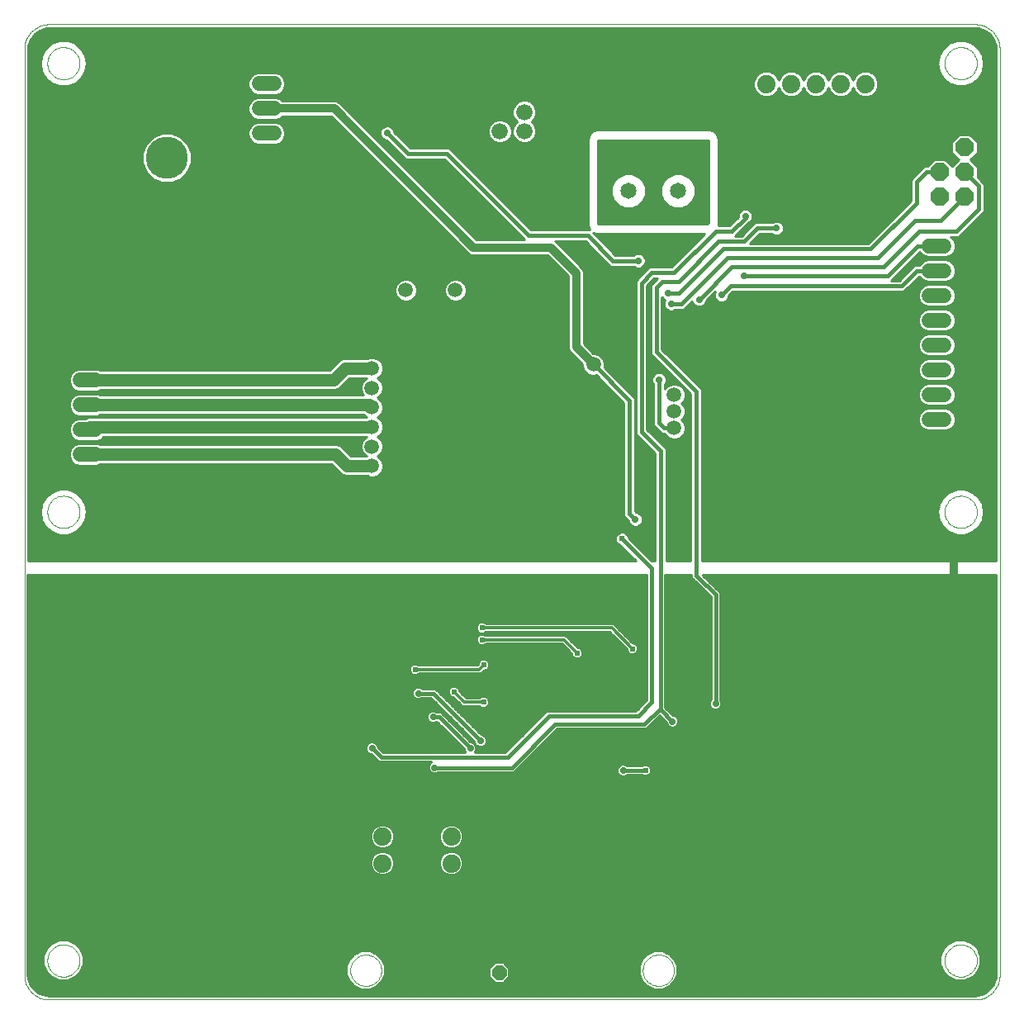
<source format=gbl>
G75*
%MOIN*%
%OFA0B0*%
%FSLAX24Y24*%
%IPPOS*%
%LPD*%
%AMOC8*
5,1,8,0,0,1.08239X$1,22.5*
%
%ADD10C,0.0000*%
%ADD11C,0.1700*%
%ADD12OC8,0.0600*%
%ADD13C,0.0740*%
%ADD14C,0.0650*%
%ADD15C,0.0600*%
%ADD16OC8,0.0740*%
%ADD17C,0.0660*%
%ADD18C,0.1300*%
%ADD19C,0.0594*%
%ADD20C,0.0100*%
%ADD21C,0.0280*%
%ADD22C,0.0120*%
%ADD23C,0.0240*%
%ADD24C,0.0160*%
%ADD25C,0.0320*%
%ADD26C,0.0500*%
D10*
X002361Y005618D02*
X039731Y005618D01*
X039791Y005620D01*
X039852Y005625D01*
X039911Y005634D01*
X039970Y005647D01*
X040029Y005663D01*
X040086Y005683D01*
X040141Y005706D01*
X040196Y005733D01*
X040248Y005762D01*
X040299Y005795D01*
X040348Y005831D01*
X040394Y005869D01*
X040438Y005911D01*
X040480Y005955D01*
X040518Y006001D01*
X040554Y006050D01*
X040587Y006101D01*
X040616Y006153D01*
X040643Y006208D01*
X040666Y006263D01*
X040686Y006320D01*
X040702Y006379D01*
X040715Y006438D01*
X040724Y006497D01*
X040729Y006558D01*
X040731Y006618D01*
X040731Y043988D01*
X040729Y044048D01*
X040724Y044109D01*
X040715Y044168D01*
X040702Y044227D01*
X040686Y044286D01*
X040666Y044343D01*
X040643Y044398D01*
X040616Y044453D01*
X040587Y044505D01*
X040554Y044556D01*
X040518Y044605D01*
X040480Y044651D01*
X040438Y044695D01*
X040394Y044737D01*
X040348Y044775D01*
X040299Y044811D01*
X040248Y044844D01*
X040196Y044873D01*
X040141Y044900D01*
X040086Y044923D01*
X040029Y044943D01*
X039970Y044959D01*
X039911Y044972D01*
X039852Y044981D01*
X039791Y044986D01*
X039731Y044988D01*
X002361Y044988D01*
X002301Y044986D01*
X002240Y044981D01*
X002181Y044972D01*
X002122Y044959D01*
X002063Y044943D01*
X002006Y044923D01*
X001951Y044900D01*
X001896Y044873D01*
X001844Y044844D01*
X001793Y044811D01*
X001744Y044775D01*
X001698Y044737D01*
X001654Y044695D01*
X001612Y044651D01*
X001574Y044605D01*
X001538Y044556D01*
X001505Y044505D01*
X001476Y044453D01*
X001449Y044398D01*
X001426Y044343D01*
X001406Y044286D01*
X001390Y044227D01*
X001377Y044168D01*
X001368Y044109D01*
X001363Y044048D01*
X001361Y043988D01*
X001361Y006618D01*
X001363Y006558D01*
X001368Y006497D01*
X001377Y006438D01*
X001390Y006379D01*
X001406Y006320D01*
X001426Y006263D01*
X001449Y006208D01*
X001476Y006153D01*
X001505Y006101D01*
X001538Y006050D01*
X001574Y006001D01*
X001612Y005955D01*
X001654Y005911D01*
X001698Y005869D01*
X001744Y005831D01*
X001793Y005795D01*
X001844Y005762D01*
X001896Y005733D01*
X001951Y005706D01*
X002006Y005683D01*
X002063Y005663D01*
X002122Y005647D01*
X002181Y005634D01*
X002240Y005625D01*
X002301Y005620D01*
X002361Y005618D01*
X002286Y007193D02*
X002288Y007243D01*
X002294Y007293D01*
X002304Y007343D01*
X002317Y007391D01*
X002334Y007439D01*
X002355Y007485D01*
X002379Y007529D01*
X002407Y007571D01*
X002438Y007611D01*
X002472Y007648D01*
X002509Y007683D01*
X002548Y007714D01*
X002589Y007743D01*
X002633Y007768D01*
X002679Y007790D01*
X002726Y007808D01*
X002774Y007822D01*
X002823Y007833D01*
X002873Y007840D01*
X002923Y007843D01*
X002974Y007842D01*
X003024Y007837D01*
X003074Y007828D01*
X003122Y007816D01*
X003170Y007799D01*
X003216Y007779D01*
X003261Y007756D01*
X003304Y007729D01*
X003344Y007699D01*
X003382Y007666D01*
X003417Y007630D01*
X003450Y007591D01*
X003479Y007550D01*
X003505Y007507D01*
X003528Y007462D01*
X003547Y007415D01*
X003562Y007367D01*
X003574Y007318D01*
X003582Y007268D01*
X003586Y007218D01*
X003586Y007168D01*
X003582Y007118D01*
X003574Y007068D01*
X003562Y007019D01*
X003547Y006971D01*
X003528Y006924D01*
X003505Y006879D01*
X003479Y006836D01*
X003450Y006795D01*
X003417Y006756D01*
X003382Y006720D01*
X003344Y006687D01*
X003304Y006657D01*
X003261Y006630D01*
X003216Y006607D01*
X003170Y006587D01*
X003122Y006570D01*
X003074Y006558D01*
X003024Y006549D01*
X002974Y006544D01*
X002923Y006543D01*
X002873Y006546D01*
X002823Y006553D01*
X002774Y006564D01*
X002726Y006578D01*
X002679Y006596D01*
X002633Y006618D01*
X002589Y006643D01*
X002548Y006672D01*
X002509Y006703D01*
X002472Y006738D01*
X002438Y006775D01*
X002407Y006815D01*
X002379Y006857D01*
X002355Y006901D01*
X002334Y006947D01*
X002317Y006995D01*
X002304Y007043D01*
X002294Y007093D01*
X002288Y007143D01*
X002286Y007193D01*
X014511Y006799D02*
X014513Y006849D01*
X014519Y006899D01*
X014529Y006948D01*
X014543Y006996D01*
X014560Y007043D01*
X014581Y007088D01*
X014606Y007132D01*
X014634Y007173D01*
X014666Y007212D01*
X014700Y007249D01*
X014737Y007283D01*
X014777Y007313D01*
X014819Y007340D01*
X014863Y007364D01*
X014909Y007385D01*
X014956Y007401D01*
X015004Y007414D01*
X015054Y007423D01*
X015103Y007428D01*
X015154Y007429D01*
X015204Y007426D01*
X015253Y007419D01*
X015302Y007408D01*
X015350Y007393D01*
X015396Y007375D01*
X015441Y007353D01*
X015484Y007327D01*
X015525Y007298D01*
X015564Y007266D01*
X015600Y007231D01*
X015632Y007193D01*
X015662Y007153D01*
X015689Y007110D01*
X015712Y007066D01*
X015731Y007020D01*
X015747Y006972D01*
X015759Y006923D01*
X015767Y006874D01*
X015771Y006824D01*
X015771Y006774D01*
X015767Y006724D01*
X015759Y006675D01*
X015747Y006626D01*
X015731Y006578D01*
X015712Y006532D01*
X015689Y006488D01*
X015662Y006445D01*
X015632Y006405D01*
X015600Y006367D01*
X015564Y006332D01*
X015525Y006300D01*
X015484Y006271D01*
X015441Y006245D01*
X015396Y006223D01*
X015350Y006205D01*
X015302Y006190D01*
X015253Y006179D01*
X015204Y006172D01*
X015154Y006169D01*
X015103Y006170D01*
X015054Y006175D01*
X015004Y006184D01*
X014956Y006197D01*
X014909Y006213D01*
X014863Y006234D01*
X014819Y006258D01*
X014777Y006285D01*
X014737Y006315D01*
X014700Y006349D01*
X014666Y006386D01*
X014634Y006425D01*
X014606Y006466D01*
X014581Y006510D01*
X014560Y006555D01*
X014543Y006602D01*
X014529Y006650D01*
X014519Y006699D01*
X014513Y006749D01*
X014511Y006799D01*
X026322Y006799D02*
X026324Y006849D01*
X026330Y006899D01*
X026340Y006948D01*
X026354Y006996D01*
X026371Y007043D01*
X026392Y007088D01*
X026417Y007132D01*
X026445Y007173D01*
X026477Y007212D01*
X026511Y007249D01*
X026548Y007283D01*
X026588Y007313D01*
X026630Y007340D01*
X026674Y007364D01*
X026720Y007385D01*
X026767Y007401D01*
X026815Y007414D01*
X026865Y007423D01*
X026914Y007428D01*
X026965Y007429D01*
X027015Y007426D01*
X027064Y007419D01*
X027113Y007408D01*
X027161Y007393D01*
X027207Y007375D01*
X027252Y007353D01*
X027295Y007327D01*
X027336Y007298D01*
X027375Y007266D01*
X027411Y007231D01*
X027443Y007193D01*
X027473Y007153D01*
X027500Y007110D01*
X027523Y007066D01*
X027542Y007020D01*
X027558Y006972D01*
X027570Y006923D01*
X027578Y006874D01*
X027582Y006824D01*
X027582Y006774D01*
X027578Y006724D01*
X027570Y006675D01*
X027558Y006626D01*
X027542Y006578D01*
X027523Y006532D01*
X027500Y006488D01*
X027473Y006445D01*
X027443Y006405D01*
X027411Y006367D01*
X027375Y006332D01*
X027336Y006300D01*
X027295Y006271D01*
X027252Y006245D01*
X027207Y006223D01*
X027161Y006205D01*
X027113Y006190D01*
X027064Y006179D01*
X027015Y006172D01*
X026965Y006169D01*
X026914Y006170D01*
X026865Y006175D01*
X026815Y006184D01*
X026767Y006197D01*
X026720Y006213D01*
X026674Y006234D01*
X026630Y006258D01*
X026588Y006285D01*
X026548Y006315D01*
X026511Y006349D01*
X026477Y006386D01*
X026445Y006425D01*
X026417Y006466D01*
X026392Y006510D01*
X026371Y006555D01*
X026354Y006602D01*
X026340Y006650D01*
X026330Y006699D01*
X026324Y006749D01*
X026322Y006799D01*
X038506Y007193D02*
X038508Y007243D01*
X038514Y007293D01*
X038524Y007343D01*
X038537Y007391D01*
X038554Y007439D01*
X038575Y007485D01*
X038599Y007529D01*
X038627Y007571D01*
X038658Y007611D01*
X038692Y007648D01*
X038729Y007683D01*
X038768Y007714D01*
X038809Y007743D01*
X038853Y007768D01*
X038899Y007790D01*
X038946Y007808D01*
X038994Y007822D01*
X039043Y007833D01*
X039093Y007840D01*
X039143Y007843D01*
X039194Y007842D01*
X039244Y007837D01*
X039294Y007828D01*
X039342Y007816D01*
X039390Y007799D01*
X039436Y007779D01*
X039481Y007756D01*
X039524Y007729D01*
X039564Y007699D01*
X039602Y007666D01*
X039637Y007630D01*
X039670Y007591D01*
X039699Y007550D01*
X039725Y007507D01*
X039748Y007462D01*
X039767Y007415D01*
X039782Y007367D01*
X039794Y007318D01*
X039802Y007268D01*
X039806Y007218D01*
X039806Y007168D01*
X039802Y007118D01*
X039794Y007068D01*
X039782Y007019D01*
X039767Y006971D01*
X039748Y006924D01*
X039725Y006879D01*
X039699Y006836D01*
X039670Y006795D01*
X039637Y006756D01*
X039602Y006720D01*
X039564Y006687D01*
X039524Y006657D01*
X039481Y006630D01*
X039436Y006607D01*
X039390Y006587D01*
X039342Y006570D01*
X039294Y006558D01*
X039244Y006549D01*
X039194Y006544D01*
X039143Y006543D01*
X039093Y006546D01*
X039043Y006553D01*
X038994Y006564D01*
X038946Y006578D01*
X038899Y006596D01*
X038853Y006618D01*
X038809Y006643D01*
X038768Y006672D01*
X038729Y006703D01*
X038692Y006738D01*
X038658Y006775D01*
X038627Y006815D01*
X038599Y006857D01*
X038575Y006901D01*
X038554Y006947D01*
X038537Y006995D01*
X038524Y007043D01*
X038514Y007093D01*
X038508Y007143D01*
X038506Y007193D01*
X038506Y025303D02*
X038508Y025353D01*
X038514Y025403D01*
X038524Y025453D01*
X038537Y025501D01*
X038554Y025549D01*
X038575Y025595D01*
X038599Y025639D01*
X038627Y025681D01*
X038658Y025721D01*
X038692Y025758D01*
X038729Y025793D01*
X038768Y025824D01*
X038809Y025853D01*
X038853Y025878D01*
X038899Y025900D01*
X038946Y025918D01*
X038994Y025932D01*
X039043Y025943D01*
X039093Y025950D01*
X039143Y025953D01*
X039194Y025952D01*
X039244Y025947D01*
X039294Y025938D01*
X039342Y025926D01*
X039390Y025909D01*
X039436Y025889D01*
X039481Y025866D01*
X039524Y025839D01*
X039564Y025809D01*
X039602Y025776D01*
X039637Y025740D01*
X039670Y025701D01*
X039699Y025660D01*
X039725Y025617D01*
X039748Y025572D01*
X039767Y025525D01*
X039782Y025477D01*
X039794Y025428D01*
X039802Y025378D01*
X039806Y025328D01*
X039806Y025278D01*
X039802Y025228D01*
X039794Y025178D01*
X039782Y025129D01*
X039767Y025081D01*
X039748Y025034D01*
X039725Y024989D01*
X039699Y024946D01*
X039670Y024905D01*
X039637Y024866D01*
X039602Y024830D01*
X039564Y024797D01*
X039524Y024767D01*
X039481Y024740D01*
X039436Y024717D01*
X039390Y024697D01*
X039342Y024680D01*
X039294Y024668D01*
X039244Y024659D01*
X039194Y024654D01*
X039143Y024653D01*
X039093Y024656D01*
X039043Y024663D01*
X038994Y024674D01*
X038946Y024688D01*
X038899Y024706D01*
X038853Y024728D01*
X038809Y024753D01*
X038768Y024782D01*
X038729Y024813D01*
X038692Y024848D01*
X038658Y024885D01*
X038627Y024925D01*
X038599Y024967D01*
X038575Y025011D01*
X038554Y025057D01*
X038537Y025105D01*
X038524Y025153D01*
X038514Y025203D01*
X038508Y025253D01*
X038506Y025303D01*
X038506Y043413D02*
X038508Y043463D01*
X038514Y043513D01*
X038524Y043563D01*
X038537Y043611D01*
X038554Y043659D01*
X038575Y043705D01*
X038599Y043749D01*
X038627Y043791D01*
X038658Y043831D01*
X038692Y043868D01*
X038729Y043903D01*
X038768Y043934D01*
X038809Y043963D01*
X038853Y043988D01*
X038899Y044010D01*
X038946Y044028D01*
X038994Y044042D01*
X039043Y044053D01*
X039093Y044060D01*
X039143Y044063D01*
X039194Y044062D01*
X039244Y044057D01*
X039294Y044048D01*
X039342Y044036D01*
X039390Y044019D01*
X039436Y043999D01*
X039481Y043976D01*
X039524Y043949D01*
X039564Y043919D01*
X039602Y043886D01*
X039637Y043850D01*
X039670Y043811D01*
X039699Y043770D01*
X039725Y043727D01*
X039748Y043682D01*
X039767Y043635D01*
X039782Y043587D01*
X039794Y043538D01*
X039802Y043488D01*
X039806Y043438D01*
X039806Y043388D01*
X039802Y043338D01*
X039794Y043288D01*
X039782Y043239D01*
X039767Y043191D01*
X039748Y043144D01*
X039725Y043099D01*
X039699Y043056D01*
X039670Y043015D01*
X039637Y042976D01*
X039602Y042940D01*
X039564Y042907D01*
X039524Y042877D01*
X039481Y042850D01*
X039436Y042827D01*
X039390Y042807D01*
X039342Y042790D01*
X039294Y042778D01*
X039244Y042769D01*
X039194Y042764D01*
X039143Y042763D01*
X039093Y042766D01*
X039043Y042773D01*
X038994Y042784D01*
X038946Y042798D01*
X038899Y042816D01*
X038853Y042838D01*
X038809Y042863D01*
X038768Y042892D01*
X038729Y042923D01*
X038692Y042958D01*
X038658Y042995D01*
X038627Y043035D01*
X038599Y043077D01*
X038575Y043121D01*
X038554Y043167D01*
X038537Y043215D01*
X038524Y043263D01*
X038514Y043313D01*
X038508Y043363D01*
X038506Y043413D01*
X002286Y043413D02*
X002288Y043463D01*
X002294Y043513D01*
X002304Y043563D01*
X002317Y043611D01*
X002334Y043659D01*
X002355Y043705D01*
X002379Y043749D01*
X002407Y043791D01*
X002438Y043831D01*
X002472Y043868D01*
X002509Y043903D01*
X002548Y043934D01*
X002589Y043963D01*
X002633Y043988D01*
X002679Y044010D01*
X002726Y044028D01*
X002774Y044042D01*
X002823Y044053D01*
X002873Y044060D01*
X002923Y044063D01*
X002974Y044062D01*
X003024Y044057D01*
X003074Y044048D01*
X003122Y044036D01*
X003170Y044019D01*
X003216Y043999D01*
X003261Y043976D01*
X003304Y043949D01*
X003344Y043919D01*
X003382Y043886D01*
X003417Y043850D01*
X003450Y043811D01*
X003479Y043770D01*
X003505Y043727D01*
X003528Y043682D01*
X003547Y043635D01*
X003562Y043587D01*
X003574Y043538D01*
X003582Y043488D01*
X003586Y043438D01*
X003586Y043388D01*
X003582Y043338D01*
X003574Y043288D01*
X003562Y043239D01*
X003547Y043191D01*
X003528Y043144D01*
X003505Y043099D01*
X003479Y043056D01*
X003450Y043015D01*
X003417Y042976D01*
X003382Y042940D01*
X003344Y042907D01*
X003304Y042877D01*
X003261Y042850D01*
X003216Y042827D01*
X003170Y042807D01*
X003122Y042790D01*
X003074Y042778D01*
X003024Y042769D01*
X002974Y042764D01*
X002923Y042763D01*
X002873Y042766D01*
X002823Y042773D01*
X002774Y042784D01*
X002726Y042798D01*
X002679Y042816D01*
X002633Y042838D01*
X002589Y042863D01*
X002548Y042892D01*
X002509Y042923D01*
X002472Y042958D01*
X002438Y042995D01*
X002407Y043035D01*
X002379Y043077D01*
X002355Y043121D01*
X002334Y043167D01*
X002317Y043215D01*
X002304Y043263D01*
X002294Y043313D01*
X002288Y043363D01*
X002286Y043413D01*
X002286Y025303D02*
X002288Y025353D01*
X002294Y025403D01*
X002304Y025453D01*
X002317Y025501D01*
X002334Y025549D01*
X002355Y025595D01*
X002379Y025639D01*
X002407Y025681D01*
X002438Y025721D01*
X002472Y025758D01*
X002509Y025793D01*
X002548Y025824D01*
X002589Y025853D01*
X002633Y025878D01*
X002679Y025900D01*
X002726Y025918D01*
X002774Y025932D01*
X002823Y025943D01*
X002873Y025950D01*
X002923Y025953D01*
X002974Y025952D01*
X003024Y025947D01*
X003074Y025938D01*
X003122Y025926D01*
X003170Y025909D01*
X003216Y025889D01*
X003261Y025866D01*
X003304Y025839D01*
X003344Y025809D01*
X003382Y025776D01*
X003417Y025740D01*
X003450Y025701D01*
X003479Y025660D01*
X003505Y025617D01*
X003528Y025572D01*
X003547Y025525D01*
X003562Y025477D01*
X003574Y025428D01*
X003582Y025378D01*
X003586Y025328D01*
X003586Y025278D01*
X003582Y025228D01*
X003574Y025178D01*
X003562Y025129D01*
X003547Y025081D01*
X003528Y025034D01*
X003505Y024989D01*
X003479Y024946D01*
X003450Y024905D01*
X003417Y024866D01*
X003382Y024830D01*
X003344Y024797D01*
X003304Y024767D01*
X003261Y024740D01*
X003216Y024717D01*
X003170Y024697D01*
X003122Y024680D01*
X003074Y024668D01*
X003024Y024659D01*
X002974Y024654D01*
X002923Y024653D01*
X002873Y024656D01*
X002823Y024663D01*
X002774Y024674D01*
X002726Y024688D01*
X002679Y024706D01*
X002633Y024728D01*
X002589Y024753D01*
X002548Y024782D01*
X002509Y024813D01*
X002472Y024848D01*
X002438Y024885D01*
X002407Y024925D01*
X002379Y024967D01*
X002355Y025011D01*
X002334Y025057D01*
X002317Y025105D01*
X002304Y025153D01*
X002294Y025203D01*
X002288Y025253D01*
X002286Y025303D01*
D11*
X007110Y039597D03*
X005259Y040778D03*
X007110Y041959D03*
D12*
X020535Y006697D03*
D13*
X018600Y010046D03*
X018600Y011116D03*
X018600Y012186D03*
X015825Y012186D03*
X015825Y011116D03*
X015825Y010046D03*
X031301Y042578D03*
X032301Y042578D03*
X033301Y042578D03*
X034301Y042578D03*
X035301Y042578D03*
X036301Y042578D03*
D14*
X027741Y038258D03*
X025741Y038258D03*
D15*
X037886Y036038D02*
X038486Y036038D01*
X038486Y035038D02*
X037886Y035038D01*
X037886Y034038D02*
X038486Y034038D01*
X038486Y033038D02*
X037886Y033038D01*
X037886Y032038D02*
X038486Y032038D01*
X038486Y031038D02*
X037886Y031038D01*
X037886Y030038D02*
X038486Y030038D01*
X038486Y029038D02*
X037886Y029038D01*
X011441Y040584D02*
X010841Y040584D01*
X010841Y041584D02*
X011441Y041584D01*
X011441Y042584D02*
X010841Y042584D01*
X004211Y030630D02*
X003611Y030630D01*
X003611Y029630D02*
X004211Y029630D01*
X004211Y028630D02*
X003611Y028630D01*
X003611Y027630D02*
X004211Y027630D01*
D16*
X038307Y038025D03*
X039307Y038025D03*
X039307Y039025D03*
X038307Y039025D03*
X038307Y040025D03*
X039307Y040025D03*
D17*
X021538Y040664D03*
X021538Y041444D03*
X020554Y041444D03*
X020554Y040664D03*
D18*
X018676Y042514D03*
X023416Y042514D03*
D19*
X018752Y034254D03*
X017752Y034254D03*
X016752Y034254D03*
X015393Y031098D03*
X015393Y030311D03*
X015393Y029523D03*
X015393Y028736D03*
X015393Y027948D03*
X015393Y027161D03*
X021484Y028679D03*
X024332Y031254D03*
X027593Y030031D03*
X027593Y029362D03*
X027593Y028693D03*
D20*
X027283Y028371D02*
X026753Y028371D01*
X026851Y028273D02*
X027439Y028273D01*
X027505Y028246D02*
X027682Y028246D01*
X027847Y028314D01*
X027972Y028439D01*
X028040Y028604D01*
X028040Y028781D01*
X027972Y028946D01*
X027891Y029027D01*
X027972Y029109D01*
X028040Y029273D01*
X028040Y029451D01*
X027972Y029615D01*
X027891Y029696D01*
X027972Y029778D01*
X028040Y029942D01*
X028040Y030120D01*
X027972Y030284D01*
X027847Y030410D01*
X027682Y030478D01*
X027505Y030478D01*
X027340Y030410D01*
X027215Y030284D01*
X027211Y030276D01*
X027211Y030458D01*
X027227Y030473D01*
X027271Y030580D01*
X027271Y030695D01*
X027227Y030802D01*
X027145Y030884D01*
X027039Y030928D01*
X026923Y030928D01*
X026817Y030884D01*
X026735Y030802D01*
X026691Y030695D01*
X026691Y030580D01*
X026735Y030473D01*
X026751Y030458D01*
X026751Y028802D01*
X026956Y028597D01*
X027091Y028463D01*
X027205Y028463D01*
X027215Y028439D01*
X027340Y028314D01*
X027505Y028246D01*
X027748Y028273D02*
X028251Y028273D01*
X028251Y028371D02*
X027904Y028371D01*
X027985Y028470D02*
X028251Y028470D01*
X028251Y028568D02*
X028026Y028568D01*
X028040Y028667D02*
X028251Y028667D01*
X028251Y028765D02*
X028040Y028765D01*
X028006Y028864D02*
X028251Y028864D01*
X028251Y028962D02*
X027956Y028962D01*
X027924Y029061D02*
X028251Y029061D01*
X028251Y029159D02*
X027993Y029159D01*
X028034Y029258D02*
X028251Y029258D01*
X028251Y029356D02*
X028040Y029356D01*
X028039Y029455D02*
X028251Y029455D01*
X028251Y029553D02*
X027998Y029553D01*
X027935Y029652D02*
X028251Y029652D01*
X028251Y029750D02*
X027945Y029750D01*
X028002Y029849D02*
X028251Y029849D01*
X028251Y029947D02*
X028040Y029947D01*
X028040Y030046D02*
X028251Y030046D01*
X028251Y030062D02*
X028251Y023334D01*
X027271Y023334D01*
X027271Y027853D01*
X027136Y027988D01*
X026491Y028633D01*
X026491Y034442D01*
X026776Y034728D01*
X026906Y034728D01*
X026871Y034693D01*
X026871Y034693D01*
X026766Y034588D01*
X026766Y034588D01*
X026631Y034453D01*
X026631Y031682D01*
X028251Y030062D01*
X028169Y030144D02*
X028030Y030144D01*
X027989Y030243D02*
X028071Y030243D01*
X027972Y030341D02*
X027915Y030341D01*
X027874Y030440D02*
X027774Y030440D01*
X027775Y030538D02*
X027254Y030538D01*
X027271Y030637D02*
X027677Y030637D01*
X027578Y030735D02*
X027255Y030735D01*
X027195Y030834D02*
X027480Y030834D01*
X027381Y030932D02*
X026491Y030932D01*
X026491Y030834D02*
X026767Y030834D01*
X026708Y030735D02*
X026491Y030735D01*
X026491Y030637D02*
X026691Y030637D01*
X026708Y030538D02*
X026491Y030538D01*
X026491Y030440D02*
X026751Y030440D01*
X026751Y030341D02*
X026491Y030341D01*
X026491Y030243D02*
X026751Y030243D01*
X026751Y030144D02*
X026491Y030144D01*
X026491Y030046D02*
X026751Y030046D01*
X026751Y029947D02*
X026491Y029947D01*
X026491Y029849D02*
X026751Y029849D01*
X026751Y029750D02*
X026491Y029750D01*
X026491Y029652D02*
X026751Y029652D01*
X026751Y029553D02*
X026491Y029553D01*
X026491Y029455D02*
X026751Y029455D01*
X026751Y029356D02*
X026491Y029356D01*
X026491Y029258D02*
X026751Y029258D01*
X026751Y029159D02*
X026491Y029159D01*
X026491Y029061D02*
X026751Y029061D01*
X026751Y028962D02*
X026491Y028962D01*
X026491Y028864D02*
X026751Y028864D01*
X026788Y028765D02*
X026491Y028765D01*
X026491Y028667D02*
X026887Y028667D01*
X026985Y028568D02*
X026556Y028568D01*
X026654Y028470D02*
X027084Y028470D01*
X026950Y028174D02*
X028251Y028174D01*
X028251Y028076D02*
X027048Y028076D01*
X027147Y027977D02*
X028251Y027977D01*
X028251Y027879D02*
X027245Y027879D01*
X027271Y027780D02*
X028251Y027780D01*
X028251Y027682D02*
X027271Y027682D01*
X027271Y027583D02*
X028251Y027583D01*
X028251Y027485D02*
X027271Y027485D01*
X027271Y027386D02*
X028251Y027386D01*
X028251Y027288D02*
X027271Y027288D01*
X027271Y027189D02*
X028251Y027189D01*
X028251Y027091D02*
X027271Y027091D01*
X027271Y026992D02*
X028251Y026992D01*
X028251Y026894D02*
X027271Y026894D01*
X027271Y026795D02*
X028251Y026795D01*
X028251Y026697D02*
X027271Y026697D01*
X027271Y026598D02*
X028251Y026598D01*
X028251Y026500D02*
X027271Y026500D01*
X027271Y026401D02*
X028251Y026401D01*
X028251Y026303D02*
X027271Y026303D01*
X027271Y026204D02*
X028251Y026204D01*
X028251Y026106D02*
X027271Y026106D01*
X027271Y026007D02*
X028251Y026007D01*
X028251Y025909D02*
X027271Y025909D01*
X027271Y025810D02*
X028251Y025810D01*
X028251Y025712D02*
X027271Y025712D01*
X027271Y025613D02*
X028251Y025613D01*
X028251Y025515D02*
X027271Y025515D01*
X027271Y025416D02*
X028251Y025416D01*
X028251Y025318D02*
X027271Y025318D01*
X027271Y025219D02*
X028251Y025219D01*
X028251Y025121D02*
X027271Y025121D01*
X027271Y025022D02*
X028251Y025022D01*
X028251Y024924D02*
X027271Y024924D01*
X027271Y024825D02*
X028251Y024825D01*
X028251Y024727D02*
X027271Y024727D01*
X027271Y024628D02*
X028251Y024628D01*
X028251Y024530D02*
X027271Y024530D01*
X027271Y024431D02*
X028251Y024431D01*
X028251Y024333D02*
X027271Y024333D01*
X027271Y024234D02*
X028251Y024234D01*
X028251Y024136D02*
X027271Y024136D01*
X027271Y024037D02*
X028251Y024037D01*
X028251Y023939D02*
X027271Y023939D01*
X027271Y023840D02*
X028251Y023840D01*
X028251Y023742D02*
X027271Y023742D01*
X027271Y023643D02*
X028251Y023643D01*
X028251Y023545D02*
X027271Y023545D01*
X027271Y023446D02*
X028251Y023446D01*
X028251Y023348D02*
X027271Y023348D01*
X026811Y023348D02*
X026676Y023348D01*
X026690Y023334D02*
X025750Y024274D01*
X025710Y024371D01*
X025634Y024447D01*
X025535Y024488D01*
X025427Y024488D01*
X025328Y024447D01*
X025252Y024371D01*
X025211Y024271D01*
X025211Y024164D01*
X025252Y024065D01*
X025328Y023989D01*
X025425Y023949D01*
X026039Y023334D01*
X001511Y023334D01*
X001511Y043988D01*
X001522Y044121D01*
X001604Y044374D01*
X001760Y044589D01*
X001975Y044745D01*
X002228Y044827D01*
X002361Y044838D01*
X039731Y044838D01*
X039864Y044827D01*
X040117Y044745D01*
X040332Y044589D01*
X040489Y044374D01*
X040571Y044121D01*
X040581Y043988D01*
X040581Y023334D01*
X028711Y023334D01*
X028711Y030253D01*
X028576Y030388D01*
X027091Y031873D01*
X027091Y033963D01*
X027095Y033953D01*
X027177Y033872D01*
X027213Y033857D01*
X027171Y033755D01*
X027171Y033640D01*
X027215Y033533D01*
X027297Y033452D01*
X027403Y033408D01*
X027519Y033408D01*
X027625Y033452D01*
X027641Y033468D01*
X027976Y033468D01*
X028316Y033808D01*
X028355Y033713D01*
X028437Y033632D01*
X028543Y033588D01*
X028659Y033588D01*
X028765Y033632D01*
X028847Y033713D01*
X028891Y033820D01*
X028891Y033842D01*
X029244Y034196D01*
X029211Y034115D01*
X029211Y034000D01*
X029255Y033893D01*
X029337Y033812D01*
X029443Y033768D01*
X029559Y033768D01*
X029665Y033812D01*
X029747Y033893D01*
X029791Y034000D01*
X029791Y034022D01*
X029956Y034188D01*
X036856Y034188D01*
X036991Y034322D01*
X036991Y034322D01*
X037477Y034808D01*
X037494Y034808D01*
X037505Y034783D01*
X037631Y034657D01*
X037797Y034588D01*
X038576Y034588D01*
X038741Y034657D01*
X038868Y034783D01*
X038936Y034949D01*
X038936Y035128D01*
X038868Y035293D01*
X038741Y035420D01*
X038576Y035488D01*
X037797Y035488D01*
X037631Y035420D01*
X037505Y035293D01*
X037494Y035268D01*
X037286Y035268D01*
X037151Y035133D01*
X036666Y034648D01*
X036356Y034648D01*
X036451Y034742D01*
X036451Y034742D01*
X037501Y035792D01*
X037505Y035783D01*
X037631Y035657D01*
X037797Y035588D01*
X038576Y035588D01*
X038741Y035657D01*
X038868Y035783D01*
X038936Y035949D01*
X038936Y036128D01*
X038868Y036293D01*
X038753Y036408D01*
X039076Y036408D01*
X040111Y037442D01*
X040111Y038546D01*
X039976Y038681D01*
X039827Y038830D01*
X039827Y039241D01*
X039542Y039525D01*
X039827Y039810D01*
X039827Y040241D01*
X039522Y040545D01*
X039092Y040545D01*
X038787Y040241D01*
X038787Y039810D01*
X039072Y039525D01*
X038807Y039261D01*
X038522Y039545D01*
X038092Y039545D01*
X037802Y039255D01*
X037673Y039255D01*
X037539Y039120D01*
X037131Y038713D01*
X037131Y037873D01*
X035406Y036148D01*
X030656Y036148D01*
X031036Y036528D01*
X031541Y036528D01*
X031557Y036512D01*
X031663Y036468D01*
X031779Y036468D01*
X031885Y036512D01*
X031967Y036593D01*
X032011Y036700D01*
X032011Y036815D01*
X031967Y036922D01*
X031885Y037004D01*
X031779Y037048D01*
X031663Y037048D01*
X031557Y037004D01*
X031541Y036988D01*
X030846Y036988D01*
X030306Y036448D01*
X030056Y036448D01*
X030151Y036542D01*
X030583Y036974D01*
X030625Y036992D01*
X030707Y037073D01*
X030751Y037180D01*
X030751Y037295D01*
X030707Y037402D01*
X030625Y037484D01*
X030519Y037528D01*
X030403Y037528D01*
X030297Y037484D01*
X030215Y037402D01*
X030171Y037295D01*
X030171Y037213D01*
X029826Y036868D01*
X029381Y036868D01*
X029381Y040381D01*
X029317Y040536D01*
X029199Y040654D01*
X029045Y040718D01*
X024438Y040718D01*
X024283Y040654D01*
X024165Y040536D01*
X024101Y040381D01*
X024101Y036854D01*
X024165Y036700D01*
X024177Y036688D01*
X021796Y036688D01*
X018631Y039853D01*
X018496Y039988D01*
X016936Y039988D01*
X016291Y040633D01*
X016291Y040655D01*
X016247Y040762D01*
X016165Y040844D01*
X016059Y040888D01*
X015943Y040888D01*
X015837Y040844D01*
X015755Y040762D01*
X015711Y040655D01*
X015711Y040540D01*
X015755Y040433D01*
X015837Y040352D01*
X015943Y040308D01*
X015966Y040308D01*
X016611Y039662D01*
X016746Y039528D01*
X018306Y039528D01*
X021546Y036288D01*
X019610Y036288D01*
X014138Y041760D01*
X014050Y041847D01*
X013936Y041894D01*
X011767Y041894D01*
X011696Y041966D01*
X011531Y042034D01*
X010752Y042034D01*
X010586Y041966D01*
X010460Y041839D01*
X010391Y041674D01*
X010391Y041495D01*
X010460Y041329D01*
X010586Y041203D01*
X010752Y041134D01*
X011531Y041134D01*
X011696Y041203D01*
X011767Y041274D01*
X013746Y041274D01*
X019306Y035715D01*
X019419Y035668D01*
X022473Y035668D01*
X023319Y034822D01*
X023319Y031896D01*
X023366Y031782D01*
X023453Y031695D01*
X023885Y031263D01*
X023885Y031165D01*
X023953Y031001D01*
X024079Y030875D01*
X024243Y030807D01*
X024421Y030807D01*
X024444Y030817D01*
X025551Y029710D01*
X025551Y025142D01*
X025731Y024962D01*
X025731Y024940D01*
X025775Y024833D01*
X025857Y024752D01*
X025963Y024708D01*
X026079Y024708D01*
X026185Y024752D01*
X026267Y024833D01*
X026311Y024940D01*
X026311Y025055D01*
X026267Y025162D01*
X026185Y025244D01*
X026079Y025288D01*
X026056Y025288D01*
X026011Y025333D01*
X026011Y029901D01*
X025876Y030035D01*
X024769Y031142D01*
X024779Y031165D01*
X024779Y031343D01*
X024711Y031507D01*
X024585Y031633D01*
X024421Y031701D01*
X024324Y031701D01*
X023939Y032086D01*
X023939Y035012D01*
X023891Y035126D01*
X022864Y036153D01*
X022790Y036228D01*
X024006Y036228D01*
X024891Y035342D01*
X025026Y035208D01*
X025961Y035208D01*
X025977Y035192D01*
X026083Y035148D01*
X026199Y035148D01*
X026305Y035192D01*
X026387Y035273D01*
X026431Y035380D01*
X026431Y035495D01*
X026387Y035602D01*
X026305Y035684D01*
X026199Y035728D01*
X026083Y035728D01*
X025977Y035684D01*
X025961Y035668D01*
X025216Y035668D01*
X024331Y036553D01*
X024316Y036568D01*
X024438Y036518D01*
X028816Y036518D01*
X027486Y035188D01*
X026586Y035188D01*
X026031Y034633D01*
X026031Y028442D01*
X026166Y028308D01*
X026811Y027662D01*
X026811Y023334D01*
X026690Y023334D01*
X026578Y023446D02*
X026811Y023446D01*
X026811Y023545D02*
X026479Y023545D01*
X026381Y023643D02*
X026811Y023643D01*
X026811Y023742D02*
X026282Y023742D01*
X026184Y023840D02*
X026811Y023840D01*
X026811Y023939D02*
X026085Y023939D01*
X025987Y024037D02*
X026811Y024037D01*
X026811Y024136D02*
X025888Y024136D01*
X025790Y024234D02*
X026811Y024234D01*
X026811Y024333D02*
X025726Y024333D01*
X025649Y024431D02*
X026811Y024431D01*
X026811Y024530D02*
X003446Y024530D01*
X003403Y024494D02*
X003652Y024702D01*
X003652Y024702D01*
X003652Y024702D01*
X003814Y024983D01*
X003814Y024983D01*
X003870Y025303D01*
X003814Y025622D01*
X003814Y025622D01*
X003652Y025903D01*
X003403Y026112D01*
X003098Y026223D01*
X002774Y026223D01*
X002469Y026112D01*
X002469Y026112D01*
X002220Y025903D01*
X002058Y025622D01*
X002002Y025303D01*
X002058Y024983D01*
X002220Y024702D01*
X002469Y024494D01*
X002774Y024383D01*
X002857Y024383D01*
X003098Y024383D01*
X003403Y024494D01*
X003403Y024494D01*
X003231Y024431D02*
X025313Y024431D01*
X025237Y024333D02*
X001511Y024333D01*
X001511Y024431D02*
X002640Y024431D01*
X002469Y024494D02*
X002469Y024494D01*
X002426Y024530D02*
X001511Y024530D01*
X001511Y024628D02*
X002308Y024628D01*
X002206Y024727D02*
X001511Y024727D01*
X001511Y024825D02*
X002149Y024825D01*
X002092Y024924D02*
X001511Y024924D01*
X001511Y025022D02*
X002051Y025022D01*
X002034Y025121D02*
X001511Y025121D01*
X001511Y025219D02*
X002016Y025219D01*
X002002Y025303D02*
X002002Y025303D01*
X002004Y025318D02*
X001511Y025318D01*
X001511Y025416D02*
X002022Y025416D01*
X002039Y025515D02*
X001511Y025515D01*
X001511Y025613D02*
X002056Y025613D01*
X002058Y025622D02*
X002058Y025622D01*
X002110Y025712D02*
X001511Y025712D01*
X001511Y025810D02*
X002167Y025810D01*
X002220Y025903D02*
X002220Y025903D01*
X002220Y025903D01*
X002227Y025909D02*
X001511Y025909D01*
X001511Y026007D02*
X002344Y026007D01*
X002462Y026106D02*
X001511Y026106D01*
X001511Y026204D02*
X002723Y026204D01*
X003149Y026204D02*
X025551Y026204D01*
X025551Y026106D02*
X003410Y026106D01*
X003403Y026112D02*
X003403Y026112D01*
X003528Y026007D02*
X025551Y026007D01*
X025551Y025909D02*
X003645Y025909D01*
X003652Y025903D02*
X003652Y025903D01*
X003705Y025810D02*
X025551Y025810D01*
X025551Y025712D02*
X003762Y025712D01*
X003815Y025613D02*
X025551Y025613D01*
X025551Y025515D02*
X003833Y025515D01*
X003850Y025416D02*
X025551Y025416D01*
X025551Y025318D02*
X003867Y025318D01*
X003870Y025303D02*
X003870Y025303D01*
X003855Y025219D02*
X025551Y025219D01*
X025573Y025121D02*
X003838Y025121D01*
X003821Y025022D02*
X025671Y025022D01*
X025738Y024924D02*
X003779Y024924D01*
X003723Y024825D02*
X025783Y024825D01*
X025917Y024727D02*
X003666Y024727D01*
X003563Y024628D02*
X026811Y024628D01*
X026811Y024727D02*
X026125Y024727D01*
X026259Y024825D02*
X026811Y024825D01*
X026811Y024924D02*
X026304Y024924D01*
X026311Y025022D02*
X026811Y025022D01*
X026811Y025121D02*
X026284Y025121D01*
X026210Y025219D02*
X026811Y025219D01*
X026811Y025318D02*
X026026Y025318D01*
X026011Y025416D02*
X026811Y025416D01*
X026811Y025515D02*
X026011Y025515D01*
X026011Y025613D02*
X026811Y025613D01*
X026811Y025712D02*
X026011Y025712D01*
X026011Y025810D02*
X026811Y025810D01*
X026811Y025909D02*
X026011Y025909D01*
X026011Y026007D02*
X026811Y026007D01*
X026811Y026106D02*
X026011Y026106D01*
X026011Y026204D02*
X026811Y026204D01*
X026811Y026303D02*
X026011Y026303D01*
X026011Y026401D02*
X026811Y026401D01*
X026811Y026500D02*
X026011Y026500D01*
X026011Y026598D02*
X026811Y026598D01*
X026811Y026697D02*
X026011Y026697D01*
X026011Y026795D02*
X026811Y026795D01*
X026811Y026894D02*
X026011Y026894D01*
X026011Y026992D02*
X026811Y026992D01*
X026811Y027091D02*
X026011Y027091D01*
X026011Y027189D02*
X026811Y027189D01*
X026811Y027288D02*
X026011Y027288D01*
X026011Y027386D02*
X026811Y027386D01*
X026811Y027485D02*
X026011Y027485D01*
X026011Y027583D02*
X026811Y027583D01*
X026792Y027682D02*
X026011Y027682D01*
X026011Y027780D02*
X026693Y027780D01*
X026595Y027879D02*
X026011Y027879D01*
X026011Y027977D02*
X026496Y027977D01*
X026398Y028076D02*
X026011Y028076D01*
X026011Y028174D02*
X026299Y028174D01*
X026201Y028273D02*
X026011Y028273D01*
X026011Y028371D02*
X026102Y028371D01*
X026031Y028470D02*
X026011Y028470D01*
X026011Y028568D02*
X026031Y028568D01*
X026031Y028667D02*
X026011Y028667D01*
X026011Y028765D02*
X026031Y028765D01*
X026031Y028864D02*
X026011Y028864D01*
X026011Y028962D02*
X026031Y028962D01*
X026031Y029061D02*
X026011Y029061D01*
X026011Y029159D02*
X026031Y029159D01*
X026031Y029258D02*
X026011Y029258D01*
X026011Y029356D02*
X026031Y029356D01*
X026031Y029455D02*
X026011Y029455D01*
X026011Y029553D02*
X026031Y029553D01*
X026031Y029652D02*
X026011Y029652D01*
X026011Y029750D02*
X026031Y029750D01*
X026031Y029849D02*
X026011Y029849D01*
X026031Y029947D02*
X025964Y029947D01*
X026031Y030046D02*
X025866Y030046D01*
X025767Y030144D02*
X026031Y030144D01*
X026031Y030243D02*
X025669Y030243D01*
X025570Y030341D02*
X026031Y030341D01*
X026031Y030440D02*
X025472Y030440D01*
X025373Y030538D02*
X026031Y030538D01*
X026031Y030637D02*
X025275Y030637D01*
X025176Y030735D02*
X026031Y030735D01*
X026031Y030834D02*
X025078Y030834D01*
X024979Y030932D02*
X026031Y030932D01*
X026031Y031031D02*
X024881Y031031D01*
X024782Y031129D02*
X026031Y031129D01*
X026031Y031228D02*
X024779Y031228D01*
X024779Y031326D02*
X026031Y031326D01*
X026031Y031425D02*
X024745Y031425D01*
X024695Y031523D02*
X026031Y031523D01*
X026031Y031622D02*
X024597Y031622D01*
X024304Y031720D02*
X026031Y031720D01*
X026031Y031819D02*
X024206Y031819D01*
X024107Y031917D02*
X026031Y031917D01*
X026031Y032016D02*
X024009Y032016D01*
X023939Y032114D02*
X026031Y032114D01*
X026031Y032213D02*
X023939Y032213D01*
X023939Y032311D02*
X026031Y032311D01*
X026031Y032410D02*
X023939Y032410D01*
X023939Y032508D02*
X026031Y032508D01*
X026031Y032607D02*
X023939Y032607D01*
X023939Y032705D02*
X026031Y032705D01*
X026031Y032804D02*
X023939Y032804D01*
X023939Y032902D02*
X026031Y032902D01*
X026031Y033001D02*
X023939Y033001D01*
X023939Y033099D02*
X026031Y033099D01*
X026031Y033198D02*
X023939Y033198D01*
X023939Y033296D02*
X026031Y033296D01*
X026031Y033395D02*
X023939Y033395D01*
X023939Y033493D02*
X026031Y033493D01*
X026031Y033592D02*
X023939Y033592D01*
X023939Y033690D02*
X026031Y033690D01*
X026031Y033789D02*
X023939Y033789D01*
X023939Y033887D02*
X026031Y033887D01*
X026031Y033986D02*
X023939Y033986D01*
X023939Y034084D02*
X026031Y034084D01*
X026031Y034183D02*
X023939Y034183D01*
X023939Y034281D02*
X026031Y034281D01*
X026031Y034380D02*
X023939Y034380D01*
X023939Y034478D02*
X026031Y034478D01*
X026031Y034577D02*
X023939Y034577D01*
X023939Y034675D02*
X026073Y034675D01*
X026172Y034774D02*
X023939Y034774D01*
X023939Y034872D02*
X026270Y034872D01*
X026369Y034971D02*
X023939Y034971D01*
X023915Y035069D02*
X026467Y035069D01*
X026566Y035168D02*
X026247Y035168D01*
X026380Y035266D02*
X027564Y035266D01*
X027663Y035365D02*
X026425Y035365D01*
X026431Y035463D02*
X027761Y035463D01*
X027860Y035562D02*
X026404Y035562D01*
X026329Y035660D02*
X027958Y035660D01*
X028057Y035759D02*
X025125Y035759D01*
X025027Y035857D02*
X028155Y035857D01*
X028254Y035956D02*
X024928Y035956D01*
X024830Y036054D02*
X028352Y036054D01*
X028451Y036153D02*
X024731Y036153D01*
X024633Y036251D02*
X028549Y036251D01*
X028648Y036350D02*
X024534Y036350D01*
X024436Y036448D02*
X028746Y036448D01*
X028925Y036938D02*
X024521Y036938D01*
X024521Y040298D01*
X028961Y040298D01*
X028961Y036974D01*
X028925Y036938D01*
X028928Y036941D02*
X024521Y036941D01*
X024521Y037039D02*
X028961Y037039D01*
X028961Y037138D02*
X024521Y037138D01*
X024521Y037236D02*
X028961Y037236D01*
X028961Y037335D02*
X024521Y037335D01*
X024521Y037433D02*
X028961Y037433D01*
X028961Y037532D02*
X024521Y037532D01*
X024521Y037630D02*
X025440Y037630D01*
X025347Y037669D02*
X025603Y037563D01*
X025879Y037563D01*
X026135Y037669D01*
X026330Y037864D01*
X026436Y038119D01*
X026436Y038396D01*
X026330Y038651D01*
X026135Y038847D01*
X025879Y038953D01*
X025603Y038953D01*
X025347Y038847D01*
X025152Y038651D01*
X025046Y038396D01*
X025046Y038119D01*
X025152Y037864D01*
X025347Y037669D01*
X025287Y037729D02*
X024521Y037729D01*
X024521Y037827D02*
X025189Y037827D01*
X025126Y037926D02*
X024521Y037926D01*
X024521Y038024D02*
X025086Y038024D01*
X025046Y038123D02*
X024521Y038123D01*
X024521Y038221D02*
X025046Y038221D01*
X025046Y038320D02*
X024521Y038320D01*
X024521Y038418D02*
X025055Y038418D01*
X025096Y038517D02*
X024521Y038517D01*
X024521Y038615D02*
X025137Y038615D01*
X025214Y038714D02*
X024521Y038714D01*
X024521Y038812D02*
X025313Y038812D01*
X025502Y038911D02*
X024521Y038911D01*
X024521Y039009D02*
X028961Y039009D01*
X028961Y038911D02*
X027981Y038911D01*
X027879Y038953D02*
X027603Y038953D01*
X027347Y038847D01*
X027152Y038651D01*
X027046Y038396D01*
X027046Y038119D01*
X027152Y037864D01*
X027347Y037669D01*
X027603Y037563D01*
X027879Y037563D01*
X028135Y037669D01*
X028330Y037864D01*
X028436Y038119D01*
X028436Y038396D01*
X028330Y038651D01*
X028135Y038847D01*
X027879Y038953D01*
X028169Y038812D02*
X028961Y038812D01*
X028961Y038714D02*
X028268Y038714D01*
X028345Y038615D02*
X028961Y038615D01*
X028961Y038517D02*
X028386Y038517D01*
X028427Y038418D02*
X028961Y038418D01*
X028961Y038320D02*
X028436Y038320D01*
X028436Y038221D02*
X028961Y038221D01*
X028961Y038123D02*
X028436Y038123D01*
X028397Y038024D02*
X028961Y038024D01*
X028961Y037926D02*
X028356Y037926D01*
X028294Y037827D02*
X028961Y037827D01*
X028961Y037729D02*
X028195Y037729D01*
X028042Y037630D02*
X028961Y037630D01*
X029381Y037630D02*
X036888Y037630D01*
X036790Y037532D02*
X029381Y037532D01*
X029381Y037433D02*
X030247Y037433D01*
X030187Y037335D02*
X029381Y037335D01*
X029381Y037236D02*
X030171Y037236D01*
X030096Y037138D02*
X029381Y037138D01*
X029381Y037039D02*
X029997Y037039D01*
X029899Y036941D02*
X029381Y036941D01*
X029381Y037729D02*
X036987Y037729D01*
X037085Y037827D02*
X029381Y037827D01*
X029381Y037926D02*
X037131Y037926D01*
X037131Y038024D02*
X029381Y038024D01*
X029381Y038123D02*
X037131Y038123D01*
X037131Y038221D02*
X029381Y038221D01*
X029381Y038320D02*
X037131Y038320D01*
X037131Y038418D02*
X029381Y038418D01*
X029381Y038517D02*
X037131Y038517D01*
X037131Y038615D02*
X029381Y038615D01*
X029381Y038714D02*
X037132Y038714D01*
X037230Y038812D02*
X029381Y038812D01*
X029381Y038911D02*
X037329Y038911D01*
X037427Y039009D02*
X029381Y039009D01*
X029381Y039108D02*
X037526Y039108D01*
X037624Y039206D02*
X029381Y039206D01*
X029381Y039305D02*
X037851Y039305D01*
X037950Y039403D02*
X029381Y039403D01*
X029381Y039502D02*
X038048Y039502D01*
X038566Y039502D02*
X039048Y039502D01*
X038996Y039600D02*
X029381Y039600D01*
X029381Y039699D02*
X038898Y039699D01*
X038799Y039797D02*
X029381Y039797D01*
X029381Y039896D02*
X038787Y039896D01*
X038787Y039994D02*
X029381Y039994D01*
X029381Y040093D02*
X038787Y040093D01*
X038787Y040191D02*
X029381Y040191D01*
X029381Y040290D02*
X038836Y040290D01*
X038935Y040388D02*
X029378Y040388D01*
X029337Y040487D02*
X039033Y040487D01*
X039581Y040487D02*
X040581Y040487D01*
X040581Y040585D02*
X029267Y040585D01*
X029127Y040684D02*
X040581Y040684D01*
X040581Y040782D02*
X022009Y040782D01*
X022018Y040760D02*
X021945Y040936D01*
X021827Y041054D01*
X021945Y041173D01*
X022018Y041349D01*
X022018Y041540D01*
X021945Y041716D01*
X021810Y041851D01*
X021634Y041924D01*
X021443Y041924D01*
X021266Y041851D01*
X021131Y041716D01*
X021058Y041540D01*
X021058Y041349D01*
X021131Y041173D01*
X021249Y041054D01*
X021131Y040936D01*
X021058Y040760D01*
X021058Y040569D01*
X021131Y040393D01*
X021266Y040258D01*
X021443Y040184D01*
X021634Y040184D01*
X021810Y040258D01*
X021945Y040393D01*
X022018Y040569D01*
X022018Y040760D01*
X022018Y040684D02*
X024356Y040684D01*
X024215Y040585D02*
X022018Y040585D01*
X021984Y040487D02*
X024145Y040487D01*
X024104Y040388D02*
X021941Y040388D01*
X021842Y040290D02*
X024101Y040290D01*
X024101Y040191D02*
X021650Y040191D01*
X021426Y040191D02*
X020666Y040191D01*
X020649Y040184D02*
X020826Y040258D01*
X020961Y040393D01*
X021034Y040569D01*
X021034Y040760D01*
X020961Y040936D01*
X020826Y041071D01*
X020649Y041144D01*
X020459Y041144D01*
X020282Y041071D01*
X020147Y040936D01*
X020074Y040760D01*
X020074Y040569D01*
X020147Y040393D01*
X020282Y040258D01*
X020459Y040184D01*
X020649Y040184D01*
X020442Y040191D02*
X016733Y040191D01*
X016831Y040093D02*
X024101Y040093D01*
X024101Y039994D02*
X016930Y039994D01*
X016634Y040290D02*
X020250Y040290D01*
X020151Y040388D02*
X016536Y040388D01*
X016437Y040487D02*
X020108Y040487D01*
X020074Y040585D02*
X016339Y040585D01*
X016279Y040684D02*
X020074Y040684D01*
X020083Y040782D02*
X016227Y040782D01*
X016075Y040881D02*
X020124Y040881D01*
X020190Y040979D02*
X014918Y040979D01*
X015016Y040881D02*
X015927Y040881D01*
X015776Y040782D02*
X015115Y040782D01*
X015213Y040684D02*
X015723Y040684D01*
X015711Y040585D02*
X015312Y040585D01*
X015410Y040487D02*
X015733Y040487D01*
X015800Y040388D02*
X015509Y040388D01*
X015607Y040290D02*
X015984Y040290D01*
X016082Y040191D02*
X015706Y040191D01*
X015804Y040093D02*
X016181Y040093D01*
X016279Y039994D02*
X015903Y039994D01*
X016001Y039896D02*
X016378Y039896D01*
X016476Y039797D02*
X016100Y039797D01*
X016198Y039699D02*
X016575Y039699D01*
X016611Y039662D02*
X016611Y039662D01*
X016673Y039600D02*
X016297Y039600D01*
X016395Y039502D02*
X018332Y039502D01*
X018430Y039403D02*
X016494Y039403D01*
X016592Y039305D02*
X018529Y039305D01*
X018627Y039206D02*
X016691Y039206D01*
X016789Y039108D02*
X018726Y039108D01*
X018824Y039009D02*
X016888Y039009D01*
X016986Y038911D02*
X018923Y038911D01*
X019021Y038812D02*
X017085Y038812D01*
X017183Y038714D02*
X019120Y038714D01*
X019218Y038615D02*
X017282Y038615D01*
X017380Y038517D02*
X019317Y038517D01*
X019415Y038418D02*
X017479Y038418D01*
X017577Y038320D02*
X019514Y038320D01*
X019612Y038221D02*
X017676Y038221D01*
X017774Y038123D02*
X019711Y038123D01*
X019809Y038024D02*
X017873Y038024D01*
X017971Y037926D02*
X019908Y037926D01*
X020006Y037827D02*
X018070Y037827D01*
X018168Y037729D02*
X020105Y037729D01*
X020203Y037630D02*
X018267Y037630D01*
X018365Y037532D02*
X020302Y037532D01*
X020400Y037433D02*
X018464Y037433D01*
X018562Y037335D02*
X020499Y037335D01*
X020597Y037236D02*
X018661Y037236D01*
X018759Y037138D02*
X020696Y037138D01*
X020794Y037039D02*
X018858Y037039D01*
X018956Y036941D02*
X020893Y036941D01*
X020991Y036842D02*
X019055Y036842D01*
X019153Y036744D02*
X021090Y036744D01*
X021188Y036645D02*
X019252Y036645D01*
X019350Y036547D02*
X021287Y036547D01*
X021385Y036448D02*
X019449Y036448D01*
X019547Y036350D02*
X021484Y036350D01*
X021740Y036744D02*
X024147Y036744D01*
X024106Y036842D02*
X021642Y036842D01*
X021543Y036941D02*
X024101Y036941D01*
X024101Y037039D02*
X021445Y037039D01*
X021346Y037138D02*
X024101Y037138D01*
X024101Y037236D02*
X021248Y037236D01*
X021149Y037335D02*
X024101Y037335D01*
X024101Y037433D02*
X021051Y037433D01*
X020952Y037532D02*
X024101Y037532D01*
X024101Y037630D02*
X020854Y037630D01*
X020755Y037729D02*
X024101Y037729D01*
X024101Y037827D02*
X020657Y037827D01*
X020558Y037926D02*
X024101Y037926D01*
X024101Y038024D02*
X020460Y038024D01*
X020361Y038123D02*
X024101Y038123D01*
X024101Y038221D02*
X020263Y038221D01*
X020164Y038320D02*
X024101Y038320D01*
X024101Y038418D02*
X020066Y038418D01*
X019967Y038517D02*
X024101Y038517D01*
X024101Y038615D02*
X019869Y038615D01*
X019770Y038714D02*
X024101Y038714D01*
X024101Y038812D02*
X019672Y038812D01*
X019573Y038911D02*
X024101Y038911D01*
X024101Y039009D02*
X019475Y039009D01*
X019376Y039108D02*
X024101Y039108D01*
X024101Y039206D02*
X019278Y039206D01*
X019179Y039305D02*
X024101Y039305D01*
X024101Y039403D02*
X019081Y039403D01*
X018982Y039502D02*
X024101Y039502D01*
X024101Y039600D02*
X018884Y039600D01*
X018785Y039699D02*
X024101Y039699D01*
X024101Y039797D02*
X018687Y039797D01*
X018588Y039896D02*
X024101Y039896D01*
X024521Y039896D02*
X028961Y039896D01*
X028961Y039994D02*
X024521Y039994D01*
X024521Y040093D02*
X028961Y040093D01*
X028961Y040191D02*
X024521Y040191D01*
X024521Y040290D02*
X028961Y040290D01*
X028961Y039797D02*
X024521Y039797D01*
X024521Y039699D02*
X028961Y039699D01*
X028961Y039600D02*
X024521Y039600D01*
X024521Y039502D02*
X028961Y039502D01*
X028961Y039403D02*
X024521Y039403D01*
X024521Y039305D02*
X028961Y039305D01*
X028961Y039206D02*
X024521Y039206D01*
X024521Y039108D02*
X028961Y039108D01*
X027502Y038911D02*
X025981Y038911D01*
X026169Y038812D02*
X027313Y038812D01*
X027214Y038714D02*
X026268Y038714D01*
X026345Y038615D02*
X027137Y038615D01*
X027096Y038517D02*
X026386Y038517D01*
X026427Y038418D02*
X027055Y038418D01*
X027046Y038320D02*
X026436Y038320D01*
X026436Y038221D02*
X027046Y038221D01*
X027046Y038123D02*
X026436Y038123D01*
X026397Y038024D02*
X027086Y038024D01*
X027126Y037926D02*
X026356Y037926D01*
X026294Y037827D02*
X027189Y037827D01*
X027287Y037729D02*
X026195Y037729D01*
X026042Y037630D02*
X027440Y037630D01*
X026035Y035168D02*
X023849Y035168D01*
X023751Y035266D02*
X024967Y035266D01*
X024869Y035365D02*
X023652Y035365D01*
X023554Y035463D02*
X024770Y035463D01*
X024672Y035562D02*
X023455Y035562D01*
X023357Y035660D02*
X024573Y035660D01*
X024475Y035759D02*
X023258Y035759D01*
X023160Y035857D02*
X024376Y035857D01*
X024278Y035956D02*
X023061Y035956D01*
X022963Y036054D02*
X024179Y036054D01*
X024081Y036153D02*
X022864Y036153D01*
X022480Y035660D02*
X001511Y035660D01*
X001511Y035562D02*
X022579Y035562D01*
X022677Y035463D02*
X001511Y035463D01*
X001511Y035365D02*
X022776Y035365D01*
X022874Y035266D02*
X001511Y035266D01*
X001511Y035168D02*
X022973Y035168D01*
X023071Y035069D02*
X001511Y035069D01*
X001511Y034971D02*
X023170Y034971D01*
X023268Y034872D02*
X001511Y034872D01*
X001511Y034774D02*
X023319Y034774D01*
X023319Y034675D02*
X018903Y034675D01*
X018841Y034701D02*
X019005Y034633D01*
X019131Y034507D01*
X019199Y034343D01*
X019199Y034165D01*
X019131Y034001D01*
X019005Y033875D01*
X018841Y033807D01*
X018663Y033807D01*
X018499Y033875D01*
X018373Y034001D01*
X018305Y034165D01*
X018305Y034343D01*
X018373Y034507D01*
X018499Y034633D01*
X018663Y034701D01*
X018841Y034701D01*
X018601Y034675D02*
X016903Y034675D01*
X016841Y034701D02*
X016663Y034701D01*
X016499Y034633D01*
X016373Y034507D01*
X016305Y034343D01*
X016305Y034165D01*
X016373Y034001D01*
X016499Y033875D01*
X016663Y033807D01*
X016841Y033807D01*
X017005Y033875D01*
X017131Y034001D01*
X017199Y034165D01*
X017199Y034343D01*
X017131Y034507D01*
X017005Y034633D01*
X016841Y034701D01*
X016601Y034675D02*
X001511Y034675D01*
X001511Y034577D02*
X016443Y034577D01*
X016361Y034478D02*
X001511Y034478D01*
X001511Y034380D02*
X016320Y034380D01*
X016305Y034281D02*
X001511Y034281D01*
X001511Y034183D02*
X016305Y034183D01*
X016339Y034084D02*
X001511Y034084D01*
X001511Y033986D02*
X016389Y033986D01*
X016487Y033887D02*
X001511Y033887D01*
X001511Y033789D02*
X023319Y033789D01*
X023319Y033887D02*
X019017Y033887D01*
X019116Y033986D02*
X023319Y033986D01*
X023319Y034084D02*
X019165Y034084D01*
X019199Y034183D02*
X023319Y034183D01*
X023319Y034281D02*
X019199Y034281D01*
X019184Y034380D02*
X023319Y034380D01*
X023319Y034478D02*
X019143Y034478D01*
X019062Y034577D02*
X023319Y034577D01*
X023319Y033690D02*
X001511Y033690D01*
X001511Y033592D02*
X023319Y033592D01*
X023319Y033493D02*
X001511Y033493D01*
X001511Y033395D02*
X023319Y033395D01*
X023319Y033296D02*
X001511Y033296D01*
X001511Y033198D02*
X023319Y033198D01*
X023319Y033099D02*
X001511Y033099D01*
X001511Y033001D02*
X023319Y033001D01*
X023319Y032902D02*
X001511Y032902D01*
X001511Y032804D02*
X023319Y032804D01*
X023319Y032705D02*
X001511Y032705D01*
X001511Y032607D02*
X023319Y032607D01*
X023319Y032508D02*
X001511Y032508D01*
X001511Y032410D02*
X023319Y032410D01*
X023319Y032311D02*
X001511Y032311D01*
X001511Y032213D02*
X023319Y032213D01*
X023319Y032114D02*
X001511Y032114D01*
X001511Y032016D02*
X023319Y032016D01*
X023319Y031917D02*
X001511Y031917D01*
X001511Y031819D02*
X023351Y031819D01*
X023428Y031720D02*
X001511Y031720D01*
X001511Y031622D02*
X023526Y031622D01*
X023453Y031695D02*
X023453Y031695D01*
X023625Y031523D02*
X015534Y031523D01*
X015481Y031545D02*
X015304Y031545D01*
X015191Y031498D01*
X014222Y031498D01*
X014075Y031437D01*
X013675Y031038D01*
X004401Y031038D01*
X004300Y031080D01*
X003521Y031080D01*
X003356Y031011D01*
X003229Y030884D01*
X003161Y030719D01*
X003161Y030540D01*
X003229Y030375D01*
X003356Y030248D01*
X003521Y030180D01*
X004300Y030180D01*
X004441Y030238D01*
X013921Y030238D01*
X014068Y030299D01*
X014180Y030411D01*
X014467Y030698D01*
X015160Y030698D01*
X015139Y030689D01*
X015014Y030564D01*
X014946Y030400D01*
X014946Y030222D01*
X015014Y030058D01*
X015042Y030030D01*
X004421Y030030D01*
X004300Y030080D01*
X003521Y030080D01*
X003356Y030011D01*
X003229Y029884D01*
X003161Y029719D01*
X003161Y029540D01*
X003229Y029375D01*
X003356Y029248D01*
X003521Y029180D01*
X004300Y029180D01*
X004421Y029230D01*
X015054Y029230D01*
X015139Y029144D01*
X015160Y029136D01*
X003937Y029136D01*
X003802Y029080D01*
X003521Y029080D01*
X003356Y029011D01*
X003229Y028884D01*
X003161Y028719D01*
X003161Y028540D01*
X003229Y028375D01*
X003356Y028248D01*
X003521Y028180D01*
X004300Y028180D01*
X004466Y028248D01*
X004553Y028336D01*
X015160Y028336D01*
X015139Y028327D01*
X015014Y028202D01*
X014946Y028037D01*
X014946Y027860D01*
X015014Y027695D01*
X015139Y027570D01*
X015168Y027558D01*
X014547Y027558D01*
X014136Y027969D01*
X013989Y028030D01*
X004421Y028030D01*
X004300Y028080D01*
X003521Y028080D01*
X003356Y028011D01*
X003229Y027884D01*
X003161Y027719D01*
X003161Y027540D01*
X003229Y027375D01*
X003356Y027248D01*
X003521Y027180D01*
X004300Y027180D01*
X004421Y027230D01*
X013744Y027230D01*
X014042Y026931D01*
X014155Y026819D01*
X014302Y026758D01*
X015199Y026758D01*
X015304Y026714D01*
X015481Y026714D01*
X015646Y026782D01*
X015771Y026908D01*
X015839Y027072D01*
X015839Y027250D01*
X015771Y027414D01*
X015646Y027540D01*
X015610Y027555D01*
X015646Y027570D01*
X015771Y027695D01*
X015839Y027860D01*
X015839Y028037D01*
X015771Y028202D01*
X015646Y028327D01*
X015610Y028342D01*
X015646Y028357D01*
X015771Y028483D01*
X015839Y028647D01*
X015839Y028825D01*
X015771Y028989D01*
X015646Y029115D01*
X015610Y029130D01*
X015646Y029144D01*
X015771Y029270D01*
X015839Y029434D01*
X015839Y029612D01*
X015771Y029776D01*
X015646Y029902D01*
X015610Y029917D01*
X015646Y029932D01*
X015771Y030058D01*
X015839Y030222D01*
X015839Y030400D01*
X015771Y030564D01*
X015646Y030689D01*
X015610Y030704D01*
X015646Y030719D01*
X015771Y030845D01*
X015839Y031009D01*
X015839Y031187D01*
X015771Y031351D01*
X015646Y031477D01*
X015481Y031545D01*
X015252Y031523D02*
X001511Y031523D01*
X001511Y031425D02*
X014062Y031425D01*
X013964Y031326D02*
X001511Y031326D01*
X001511Y031228D02*
X013865Y031228D01*
X013767Y031129D02*
X001511Y031129D01*
X001511Y031031D02*
X003404Y031031D01*
X003277Y030932D02*
X001511Y030932D01*
X001511Y030834D02*
X003208Y030834D01*
X003167Y030735D02*
X001511Y030735D01*
X001511Y030637D02*
X003161Y030637D01*
X003161Y030538D02*
X001511Y030538D01*
X001511Y030440D02*
X003202Y030440D01*
X003263Y030341D02*
X001511Y030341D01*
X001511Y030243D02*
X003368Y030243D01*
X003440Y030046D02*
X001511Y030046D01*
X001511Y030144D02*
X014978Y030144D01*
X014946Y030243D02*
X013933Y030243D01*
X014110Y030341D02*
X014946Y030341D01*
X014962Y030440D02*
X014209Y030440D01*
X014307Y030538D02*
X015003Y030538D01*
X015087Y030637D02*
X014406Y030637D01*
X015026Y030046D02*
X004382Y030046D01*
X003292Y029947D02*
X001511Y029947D01*
X001511Y029849D02*
X003214Y029849D01*
X003174Y029750D02*
X001511Y029750D01*
X001511Y029652D02*
X003161Y029652D01*
X003161Y029553D02*
X001511Y029553D01*
X001511Y029455D02*
X003196Y029455D01*
X003248Y029356D02*
X001511Y029356D01*
X001511Y029258D02*
X003346Y029258D01*
X003476Y029061D02*
X001511Y029061D01*
X001511Y029159D02*
X015125Y029159D01*
X015661Y029159D02*
X025551Y029159D01*
X025551Y029061D02*
X015700Y029061D01*
X015782Y028962D02*
X025551Y028962D01*
X025551Y028864D02*
X015823Y028864D01*
X015839Y028765D02*
X025551Y028765D01*
X025551Y028667D02*
X015839Y028667D01*
X015807Y028568D02*
X025551Y028568D01*
X025551Y028470D02*
X015758Y028470D01*
X015660Y028371D02*
X025551Y028371D01*
X025551Y028273D02*
X015700Y028273D01*
X015783Y028174D02*
X025551Y028174D01*
X025551Y028076D02*
X015824Y028076D01*
X015839Y027977D02*
X025551Y027977D01*
X025551Y027879D02*
X015839Y027879D01*
X015807Y027780D02*
X025551Y027780D01*
X025551Y027682D02*
X015758Y027682D01*
X015659Y027583D02*
X025551Y027583D01*
X025551Y027485D02*
X015701Y027485D01*
X015783Y027386D02*
X025551Y027386D01*
X025551Y027288D02*
X015824Y027288D01*
X015839Y027189D02*
X025551Y027189D01*
X025551Y027091D02*
X015839Y027091D01*
X015806Y026992D02*
X025551Y026992D01*
X025551Y026894D02*
X015757Y026894D01*
X015659Y026795D02*
X025551Y026795D01*
X025551Y026697D02*
X001511Y026697D01*
X001511Y026795D02*
X014211Y026795D01*
X014079Y026894D02*
X001511Y026894D01*
X001511Y026992D02*
X013981Y026992D01*
X013882Y027091D02*
X001511Y027091D01*
X001511Y027189D02*
X003498Y027189D01*
X003316Y027288D02*
X001511Y027288D01*
X001511Y027386D02*
X003224Y027386D01*
X003184Y027485D02*
X001511Y027485D01*
X001511Y027583D02*
X003161Y027583D01*
X003161Y027682D02*
X001511Y027682D01*
X001511Y027780D02*
X003186Y027780D01*
X003227Y027879D02*
X001511Y027879D01*
X001511Y027977D02*
X003322Y027977D01*
X003512Y028076D02*
X001511Y028076D01*
X001511Y028174D02*
X015002Y028174D01*
X014962Y028076D02*
X004309Y028076D01*
X004490Y028273D02*
X015085Y028273D01*
X014946Y027977D02*
X014115Y027977D01*
X014226Y027879D02*
X014946Y027879D01*
X014979Y027780D02*
X014324Y027780D01*
X014423Y027682D02*
X015027Y027682D01*
X015126Y027583D02*
X014521Y027583D01*
X013784Y027189D02*
X004324Y027189D01*
X003331Y028273D02*
X001511Y028273D01*
X001511Y028371D02*
X003233Y028371D01*
X003190Y028470D02*
X001511Y028470D01*
X001511Y028568D02*
X003161Y028568D01*
X003161Y028667D02*
X001511Y028667D01*
X001511Y028765D02*
X003180Y028765D01*
X003221Y028864D02*
X001511Y028864D01*
X001511Y028962D02*
X003307Y028962D01*
X001511Y026598D02*
X025551Y026598D01*
X025551Y026500D02*
X001511Y026500D01*
X001511Y026401D02*
X025551Y026401D01*
X025551Y026303D02*
X001511Y026303D01*
X001511Y024234D02*
X025211Y024234D01*
X025223Y024136D02*
X001511Y024136D01*
X001511Y024037D02*
X025280Y024037D01*
X025435Y023939D02*
X001511Y023939D01*
X001511Y023840D02*
X025533Y023840D01*
X025632Y023742D02*
X001511Y023742D01*
X001511Y023643D02*
X025730Y023643D01*
X025829Y023545D02*
X001511Y023545D01*
X001511Y023446D02*
X025927Y023446D01*
X026026Y023348D02*
X001511Y023348D01*
X001511Y035759D02*
X019262Y035759D01*
X019163Y035857D02*
X001511Y035857D01*
X001511Y035956D02*
X019065Y035956D01*
X018966Y036054D02*
X001511Y036054D01*
X001511Y036153D02*
X018868Y036153D01*
X018769Y036251D02*
X001511Y036251D01*
X001511Y036350D02*
X018671Y036350D01*
X018572Y036448D02*
X001511Y036448D01*
X001511Y036547D02*
X018474Y036547D01*
X018375Y036645D02*
X001511Y036645D01*
X001511Y036744D02*
X018277Y036744D01*
X018178Y036842D02*
X001511Y036842D01*
X001511Y036941D02*
X018080Y036941D01*
X017981Y037039D02*
X001511Y037039D01*
X001511Y037138D02*
X017883Y037138D01*
X017784Y037236D02*
X001511Y037236D01*
X001511Y037335D02*
X017686Y037335D01*
X017587Y037433D02*
X001511Y037433D01*
X001511Y037532D02*
X017489Y037532D01*
X017390Y037630D02*
X001511Y037630D01*
X001511Y037729D02*
X017292Y037729D01*
X017193Y037827D02*
X001511Y037827D01*
X001511Y037926D02*
X017095Y037926D01*
X016996Y038024D02*
X001511Y038024D01*
X001511Y038123D02*
X016898Y038123D01*
X016799Y038221D02*
X001511Y038221D01*
X001511Y038320D02*
X016701Y038320D01*
X016602Y038418D02*
X001511Y038418D01*
X001511Y038517D02*
X016504Y038517D01*
X016405Y038615D02*
X007352Y038615D01*
X007309Y038597D02*
X007676Y038749D01*
X007958Y039031D01*
X008110Y039398D01*
X008110Y039796D01*
X007958Y040164D01*
X007676Y040445D01*
X007309Y040597D01*
X006911Y040597D01*
X006543Y040445D01*
X006262Y040164D01*
X006110Y039796D01*
X006110Y039398D01*
X006262Y039031D01*
X006543Y038749D01*
X006911Y038597D01*
X007309Y038597D01*
X007590Y038714D02*
X016307Y038714D01*
X016208Y038812D02*
X007739Y038812D01*
X007838Y038911D02*
X016110Y038911D01*
X016011Y039009D02*
X007936Y039009D01*
X007989Y039108D02*
X015913Y039108D01*
X015814Y039206D02*
X008030Y039206D01*
X008071Y039305D02*
X015716Y039305D01*
X015617Y039403D02*
X008110Y039403D01*
X008110Y039502D02*
X015519Y039502D01*
X015420Y039600D02*
X008110Y039600D01*
X008110Y039699D02*
X015322Y039699D01*
X015223Y039797D02*
X008109Y039797D01*
X008068Y039896D02*
X015125Y039896D01*
X015026Y039994D02*
X008028Y039994D01*
X007987Y040093D02*
X014928Y040093D01*
X014829Y040191D02*
X011669Y040191D01*
X011696Y040203D02*
X011823Y040329D01*
X011891Y040495D01*
X011891Y040674D01*
X011823Y040839D01*
X011696Y040966D01*
X011531Y041034D01*
X010752Y041034D01*
X010586Y040966D01*
X010460Y040839D01*
X010391Y040674D01*
X010391Y040495D01*
X010460Y040329D01*
X010586Y040203D01*
X010752Y040134D01*
X011531Y040134D01*
X011696Y040203D01*
X011783Y040290D02*
X014731Y040290D01*
X014632Y040388D02*
X011847Y040388D01*
X011888Y040487D02*
X014534Y040487D01*
X014435Y040585D02*
X011891Y040585D01*
X011887Y040684D02*
X014337Y040684D01*
X014238Y040782D02*
X011846Y040782D01*
X011781Y040881D02*
X014140Y040881D01*
X014041Y040979D02*
X011663Y040979D01*
X011633Y041176D02*
X013844Y041176D01*
X013943Y041078D02*
X001511Y041078D01*
X001511Y041176D02*
X010649Y041176D01*
X010514Y041275D02*
X001511Y041275D01*
X001511Y041373D02*
X010441Y041373D01*
X010401Y041472D02*
X001511Y041472D01*
X001511Y041570D02*
X010391Y041570D01*
X010391Y041669D02*
X001511Y041669D01*
X001511Y041767D02*
X010430Y041767D01*
X010486Y041866D02*
X001511Y041866D01*
X001511Y041964D02*
X010585Y041964D01*
X010686Y042161D02*
X001511Y042161D01*
X001511Y042063D02*
X031185Y042063D01*
X031198Y042058D02*
X031405Y042058D01*
X031596Y042137D01*
X031742Y042283D01*
X031801Y042426D01*
X031860Y042283D01*
X032007Y042137D01*
X032198Y042058D01*
X032405Y042058D01*
X032596Y042137D01*
X032742Y042283D01*
X032801Y042426D01*
X032860Y042283D01*
X033007Y042137D01*
X033198Y042058D01*
X033405Y042058D01*
X033596Y042137D01*
X033742Y042283D01*
X033801Y042426D01*
X033860Y042283D01*
X034007Y042137D01*
X034198Y042058D01*
X034405Y042058D01*
X034596Y042137D01*
X034742Y042283D01*
X034801Y042426D01*
X034860Y042283D01*
X035007Y042137D01*
X035198Y042058D01*
X035405Y042058D01*
X035596Y042137D01*
X035742Y042283D01*
X035821Y042474D01*
X035821Y042681D01*
X035742Y042872D01*
X035596Y043019D01*
X035405Y043098D01*
X035198Y043098D01*
X035007Y043019D01*
X034860Y042872D01*
X034801Y042729D01*
X034742Y042872D01*
X034596Y043019D01*
X034405Y043098D01*
X034198Y043098D01*
X034007Y043019D01*
X033860Y042872D01*
X033801Y042729D01*
X033742Y042872D01*
X033596Y043019D01*
X033405Y043098D01*
X033198Y043098D01*
X033007Y043019D01*
X032860Y042872D01*
X032801Y042729D01*
X032742Y042872D01*
X032596Y043019D01*
X032405Y043098D01*
X032198Y043098D01*
X032007Y043019D01*
X031860Y042872D01*
X031801Y042729D01*
X031742Y042872D01*
X031596Y043019D01*
X031405Y043098D01*
X031198Y043098D01*
X031007Y043019D01*
X030860Y042872D01*
X030781Y042681D01*
X030781Y042474D01*
X030860Y042283D01*
X031007Y042137D01*
X031198Y042058D01*
X031417Y042063D02*
X032185Y042063D01*
X031982Y042161D02*
X031620Y042161D01*
X031719Y042260D02*
X031884Y042260D01*
X031829Y042358D02*
X031773Y042358D01*
X031792Y042752D02*
X031811Y042752D01*
X031851Y042851D02*
X031751Y042851D01*
X031665Y042949D02*
X031937Y042949D01*
X032077Y043048D02*
X031525Y043048D01*
X031077Y043048D02*
X003787Y043048D01*
X003814Y043093D02*
X003814Y043093D01*
X003652Y042813D01*
X003652Y042813D01*
X003652Y042813D01*
X003403Y042604D01*
X003403Y042604D01*
X003098Y042493D01*
X002857Y042493D01*
X002774Y042493D01*
X002469Y042604D01*
X002469Y042604D01*
X002220Y042813D01*
X002220Y042813D01*
X002058Y043093D01*
X002058Y043093D01*
X002002Y043413D01*
X002002Y043413D01*
X002058Y043733D01*
X002058Y043733D01*
X002220Y044013D01*
X002220Y044013D01*
X002220Y044013D01*
X002469Y044222D01*
X002469Y044222D01*
X002774Y044333D01*
X003098Y044333D01*
X003403Y044222D01*
X003403Y044222D01*
X003652Y044013D01*
X003652Y044013D01*
X003814Y043733D01*
X003814Y043733D01*
X003870Y043413D01*
X003870Y043413D01*
X003814Y043093D01*
X003823Y043146D02*
X038269Y043146D01*
X038279Y043093D02*
X038279Y043093D01*
X038441Y042813D01*
X038441Y042813D01*
X038689Y042604D01*
X038689Y042604D01*
X038994Y042493D01*
X039235Y042493D01*
X039319Y042493D01*
X039623Y042604D01*
X039623Y042604D01*
X039872Y042813D01*
X040034Y043093D01*
X040091Y043413D01*
X040034Y043733D01*
X039872Y044013D01*
X039872Y044013D01*
X039623Y044222D01*
X039319Y044333D01*
X038994Y044333D01*
X038689Y044222D01*
X038441Y044013D01*
X038279Y043733D01*
X038222Y043413D01*
X038279Y043093D01*
X038305Y043048D02*
X035525Y043048D01*
X035665Y042949D02*
X038362Y042949D01*
X038419Y042851D02*
X035751Y042851D01*
X035792Y042752D02*
X038512Y042752D01*
X038630Y042654D02*
X035821Y042654D01*
X035821Y042555D02*
X038823Y042555D01*
X039319Y042493D02*
X039319Y042493D01*
X039490Y042555D02*
X040581Y042555D01*
X040581Y042457D02*
X035814Y042457D01*
X035773Y042358D02*
X040581Y042358D01*
X040581Y042260D02*
X035719Y042260D01*
X035620Y042161D02*
X040581Y042161D01*
X040581Y042063D02*
X035417Y042063D01*
X035185Y042063D02*
X034417Y042063D01*
X034620Y042161D02*
X034982Y042161D01*
X034884Y042260D02*
X034719Y042260D01*
X034773Y042358D02*
X034829Y042358D01*
X034811Y042752D02*
X034792Y042752D01*
X034751Y042851D02*
X034851Y042851D01*
X034937Y042949D02*
X034665Y042949D01*
X034525Y043048D02*
X035077Y043048D01*
X034077Y043048D02*
X033525Y043048D01*
X033665Y042949D02*
X033937Y042949D01*
X033851Y042851D02*
X033751Y042851D01*
X033792Y042752D02*
X033811Y042752D01*
X033829Y042358D02*
X033773Y042358D01*
X033719Y042260D02*
X033884Y042260D01*
X033982Y042161D02*
X033620Y042161D01*
X033417Y042063D02*
X034185Y042063D01*
X033185Y042063D02*
X032417Y042063D01*
X032620Y042161D02*
X032982Y042161D01*
X032884Y042260D02*
X032719Y042260D01*
X032773Y042358D02*
X032829Y042358D01*
X032811Y042752D02*
X032792Y042752D01*
X032751Y042851D02*
X032851Y042851D01*
X032937Y042949D02*
X032665Y042949D01*
X032525Y043048D02*
X033077Y043048D01*
X030937Y042949D02*
X011712Y042949D01*
X011696Y042966D02*
X011531Y043034D01*
X010752Y043034D01*
X010586Y042966D01*
X010460Y042839D01*
X010391Y042674D01*
X010391Y042495D01*
X010460Y042329D01*
X010586Y042203D01*
X010752Y042134D01*
X011531Y042134D01*
X011696Y042203D01*
X011823Y042329D01*
X011891Y042495D01*
X011891Y042674D01*
X011823Y042839D01*
X011696Y042966D01*
X011811Y042851D02*
X030851Y042851D01*
X030811Y042752D02*
X011858Y042752D01*
X011891Y042654D02*
X030781Y042654D01*
X030781Y042555D02*
X011891Y042555D01*
X011875Y042457D02*
X030788Y042457D01*
X030829Y042358D02*
X011835Y042358D01*
X011753Y042260D02*
X030884Y042260D01*
X030982Y042161D02*
X011597Y042161D01*
X011697Y041964D02*
X040581Y041964D01*
X040581Y041866D02*
X021775Y041866D01*
X021894Y041767D02*
X040581Y041767D01*
X040581Y041669D02*
X021965Y041669D01*
X022006Y041570D02*
X040581Y041570D01*
X040581Y041472D02*
X022018Y041472D01*
X022018Y041373D02*
X040581Y041373D01*
X040581Y041275D02*
X021988Y041275D01*
X021947Y041176D02*
X040581Y041176D01*
X040581Y041078D02*
X021850Y041078D01*
X021902Y040979D02*
X040581Y040979D01*
X040581Y040881D02*
X021968Y040881D01*
X021226Y041078D02*
X020810Y041078D01*
X020918Y040979D02*
X021174Y040979D01*
X021108Y040881D02*
X020984Y040881D01*
X021025Y040782D02*
X021068Y040782D01*
X021058Y040684D02*
X021034Y040684D01*
X021034Y040585D02*
X021058Y040585D01*
X021092Y040487D02*
X021000Y040487D01*
X020957Y040388D02*
X021136Y040388D01*
X021234Y040290D02*
X020858Y040290D01*
X021130Y041176D02*
X014721Y041176D01*
X014819Y041078D02*
X020298Y041078D01*
X021089Y041275D02*
X014622Y041275D01*
X014524Y041373D02*
X021058Y041373D01*
X021058Y041472D02*
X014425Y041472D01*
X014327Y041570D02*
X021071Y041570D01*
X021112Y041669D02*
X014228Y041669D01*
X014130Y041767D02*
X021182Y041767D01*
X021301Y041866D02*
X014005Y041866D01*
X010620Y040979D02*
X001511Y040979D01*
X001511Y040881D02*
X010501Y040881D01*
X010436Y040782D02*
X001511Y040782D01*
X001511Y040684D02*
X010395Y040684D01*
X010391Y040585D02*
X007338Y040585D01*
X007575Y040487D02*
X010394Y040487D01*
X010435Y040388D02*
X007733Y040388D01*
X007831Y040290D02*
X010499Y040290D01*
X010613Y040191D02*
X007930Y040191D01*
X006882Y040585D02*
X001511Y040585D01*
X001511Y040487D02*
X006644Y040487D01*
X006487Y040388D02*
X001511Y040388D01*
X001511Y040290D02*
X006388Y040290D01*
X006290Y040191D02*
X001511Y040191D01*
X001511Y040093D02*
X006233Y040093D01*
X006192Y039994D02*
X001511Y039994D01*
X001511Y039896D02*
X006151Y039896D01*
X006110Y039797D02*
X001511Y039797D01*
X001511Y039699D02*
X006110Y039699D01*
X006110Y039600D02*
X001511Y039600D01*
X001511Y039502D02*
X006110Y039502D01*
X006110Y039403D02*
X001511Y039403D01*
X001511Y039305D02*
X006149Y039305D01*
X006189Y039206D02*
X001511Y039206D01*
X001511Y039108D02*
X006230Y039108D01*
X006283Y039009D02*
X001511Y039009D01*
X001511Y038911D02*
X006382Y038911D01*
X006480Y038812D02*
X001511Y038812D01*
X001511Y038714D02*
X006629Y038714D01*
X006867Y038615D02*
X001511Y038615D01*
X001511Y042260D02*
X010529Y042260D01*
X010448Y042358D02*
X001511Y042358D01*
X001511Y042457D02*
X010407Y042457D01*
X010391Y042555D02*
X003269Y042555D01*
X003462Y042654D02*
X010391Y042654D01*
X010424Y042752D02*
X003580Y042752D01*
X003674Y042851D02*
X010471Y042851D01*
X010570Y042949D02*
X003731Y042949D01*
X003840Y043245D02*
X038252Y043245D01*
X038234Y043343D02*
X003858Y043343D01*
X003865Y043442D02*
X038227Y043442D01*
X038222Y043413D02*
X038222Y043413D01*
X038245Y043540D02*
X003848Y043540D01*
X003830Y043639D02*
X038262Y043639D01*
X038279Y043733D02*
X038279Y043733D01*
X038281Y043737D02*
X003811Y043737D01*
X003754Y043836D02*
X038338Y043836D01*
X038395Y043934D02*
X003697Y043934D01*
X003628Y044033D02*
X038464Y044033D01*
X038441Y044013D02*
X038441Y044013D01*
X038441Y044013D01*
X038581Y044131D02*
X003511Y044131D01*
X003382Y044230D02*
X038711Y044230D01*
X038689Y044222D02*
X038689Y044222D01*
X038981Y044328D02*
X003111Y044328D01*
X002761Y044328D02*
X001589Y044328D01*
X001557Y044230D02*
X002490Y044230D01*
X002361Y044131D02*
X001525Y044131D01*
X001515Y044033D02*
X002243Y044033D01*
X002175Y043934D02*
X001511Y043934D01*
X001511Y043836D02*
X002118Y043836D01*
X002061Y043737D02*
X001511Y043737D01*
X001511Y043639D02*
X002042Y043639D01*
X002024Y043540D02*
X001511Y043540D01*
X001511Y043442D02*
X002007Y043442D01*
X002014Y043343D02*
X001511Y043343D01*
X001511Y043245D02*
X002031Y043245D01*
X002049Y043146D02*
X001511Y043146D01*
X001511Y043048D02*
X002084Y043048D01*
X002141Y042949D02*
X001511Y042949D01*
X001511Y042851D02*
X002198Y042851D01*
X002292Y042752D02*
X001511Y042752D01*
X001511Y042654D02*
X002409Y042654D01*
X002602Y042555D02*
X001511Y042555D01*
X001642Y044427D02*
X040450Y044427D01*
X040503Y044328D02*
X039331Y044328D01*
X039602Y044230D02*
X040535Y044230D01*
X040567Y044131D02*
X039732Y044131D01*
X039623Y044222D02*
X039623Y044222D01*
X039849Y044033D02*
X040578Y044033D01*
X040581Y043934D02*
X039918Y043934D01*
X039975Y043836D02*
X040581Y043836D01*
X040581Y043737D02*
X040031Y043737D01*
X040034Y043733D02*
X040034Y043733D01*
X040051Y043639D02*
X040581Y043639D01*
X040581Y043540D02*
X040068Y043540D01*
X040085Y043442D02*
X040581Y043442D01*
X040581Y043343D02*
X040078Y043343D01*
X040091Y043413D02*
X040091Y043413D01*
X040061Y043245D02*
X040581Y043245D01*
X040581Y043146D02*
X040044Y043146D01*
X040034Y043093D02*
X040034Y043093D01*
X040008Y043048D02*
X040581Y043048D01*
X040581Y042949D02*
X039951Y042949D01*
X039894Y042851D02*
X040581Y042851D01*
X040581Y042752D02*
X039800Y042752D01*
X039872Y042813D02*
X039872Y042813D01*
X039872Y042813D01*
X039683Y042654D02*
X040581Y042654D01*
X040378Y044525D02*
X001714Y044525D01*
X001808Y044624D02*
X040284Y044624D01*
X040149Y044722D02*
X001944Y044722D01*
X002208Y044821D02*
X039884Y044821D01*
X039679Y040388D02*
X040581Y040388D01*
X040581Y040290D02*
X039778Y040290D01*
X039827Y040191D02*
X040581Y040191D01*
X040581Y040093D02*
X039827Y040093D01*
X039827Y039994D02*
X040581Y039994D01*
X040581Y039896D02*
X039827Y039896D01*
X039815Y039797D02*
X040581Y039797D01*
X040581Y039699D02*
X039716Y039699D01*
X039618Y039600D02*
X040581Y039600D01*
X040581Y039502D02*
X039566Y039502D01*
X039664Y039403D02*
X040581Y039403D01*
X040581Y039305D02*
X039763Y039305D01*
X039827Y039206D02*
X040581Y039206D01*
X040581Y039108D02*
X039827Y039108D01*
X039827Y039009D02*
X040581Y039009D01*
X040581Y038911D02*
X039827Y038911D01*
X039845Y038812D02*
X040581Y038812D01*
X040581Y038714D02*
X039944Y038714D01*
X040042Y038615D02*
X040581Y038615D01*
X040581Y038517D02*
X040111Y038517D01*
X040111Y038418D02*
X040581Y038418D01*
X040581Y038320D02*
X040111Y038320D01*
X040111Y038221D02*
X040581Y038221D01*
X040581Y038123D02*
X040111Y038123D01*
X040111Y038024D02*
X040581Y038024D01*
X040581Y037926D02*
X040111Y037926D01*
X040111Y037827D02*
X040581Y037827D01*
X040581Y037729D02*
X040111Y037729D01*
X040111Y037630D02*
X040581Y037630D01*
X040581Y037532D02*
X040111Y037532D01*
X040102Y037433D02*
X040581Y037433D01*
X040581Y037335D02*
X040003Y037335D01*
X039905Y037236D02*
X040581Y037236D01*
X040581Y037138D02*
X039806Y037138D01*
X039708Y037039D02*
X040581Y037039D01*
X040581Y036941D02*
X039609Y036941D01*
X039511Y036842D02*
X040581Y036842D01*
X040581Y036744D02*
X039412Y036744D01*
X039314Y036645D02*
X040581Y036645D01*
X040581Y036547D02*
X039215Y036547D01*
X039117Y036448D02*
X040581Y036448D01*
X040581Y036350D02*
X038811Y036350D01*
X038885Y036251D02*
X040581Y036251D01*
X040581Y036153D02*
X038926Y036153D01*
X038936Y036054D02*
X040581Y036054D01*
X040581Y035956D02*
X038936Y035956D01*
X038899Y035857D02*
X040581Y035857D01*
X040581Y035759D02*
X038843Y035759D01*
X038745Y035660D02*
X040581Y035660D01*
X040581Y035562D02*
X037270Y035562D01*
X037172Y035463D02*
X037737Y035463D01*
X037577Y035365D02*
X037073Y035365D01*
X036975Y035266D02*
X037284Y035266D01*
X037186Y035168D02*
X036876Y035168D01*
X036778Y035069D02*
X037087Y035069D01*
X037151Y035133D02*
X037151Y035133D01*
X036989Y034971D02*
X036679Y034971D01*
X036581Y034872D02*
X036890Y034872D01*
X036792Y034774D02*
X036482Y034774D01*
X036384Y034675D02*
X036693Y034675D01*
X037048Y034380D02*
X037592Y034380D01*
X037631Y034420D02*
X037505Y034293D01*
X037436Y034128D01*
X037436Y033949D01*
X037505Y033783D01*
X037631Y033657D01*
X037797Y033588D01*
X038576Y033588D01*
X038741Y033657D01*
X038868Y033783D01*
X038936Y033949D01*
X038936Y034128D01*
X038868Y034293D01*
X038741Y034420D01*
X038576Y034488D01*
X037797Y034488D01*
X037631Y034420D01*
X037773Y034478D02*
X037147Y034478D01*
X037245Y034577D02*
X040581Y034577D01*
X040581Y034675D02*
X038760Y034675D01*
X038858Y034774D02*
X040581Y034774D01*
X040581Y034872D02*
X038905Y034872D01*
X038936Y034971D02*
X040581Y034971D01*
X040581Y035069D02*
X038936Y035069D01*
X038920Y035168D02*
X040581Y035168D01*
X040581Y035266D02*
X038879Y035266D01*
X038796Y035365D02*
X040581Y035365D01*
X040581Y035463D02*
X038636Y035463D01*
X038599Y034478D02*
X040581Y034478D01*
X040581Y034380D02*
X038781Y034380D01*
X038873Y034281D02*
X040581Y034281D01*
X040581Y034183D02*
X038913Y034183D01*
X038936Y034084D02*
X040581Y034084D01*
X040581Y033986D02*
X038936Y033986D01*
X038911Y033887D02*
X040581Y033887D01*
X040581Y033789D02*
X038870Y033789D01*
X038775Y033690D02*
X040581Y033690D01*
X040581Y033592D02*
X038585Y033592D01*
X038576Y033488D02*
X037797Y033488D01*
X037631Y033420D01*
X037505Y033293D01*
X037436Y033128D01*
X037436Y032949D01*
X037505Y032783D01*
X037631Y032657D01*
X037797Y032588D01*
X038576Y032588D01*
X038741Y032657D01*
X038868Y032783D01*
X038936Y032949D01*
X038936Y033128D01*
X038868Y033293D01*
X038741Y033420D01*
X038576Y033488D01*
X038766Y033395D02*
X040581Y033395D01*
X040581Y033493D02*
X028002Y033493D01*
X028100Y033592D02*
X028534Y033592D01*
X028669Y033592D02*
X037788Y033592D01*
X037598Y033690D02*
X028824Y033690D01*
X028878Y033789D02*
X029393Y033789D01*
X029261Y033887D02*
X028936Y033887D01*
X029034Y033986D02*
X029217Y033986D01*
X029211Y034084D02*
X029133Y034084D01*
X029231Y034183D02*
X029239Y034183D01*
X029610Y033789D02*
X037502Y033789D01*
X037462Y033887D02*
X029741Y033887D01*
X029785Y033986D02*
X037436Y033986D01*
X037436Y034084D02*
X029853Y034084D01*
X029951Y034183D02*
X037459Y034183D01*
X037500Y034281D02*
X036950Y034281D01*
X037344Y034675D02*
X037613Y034675D01*
X037514Y034774D02*
X037442Y034774D01*
X037369Y035660D02*
X037628Y035660D01*
X037529Y035759D02*
X037467Y035759D01*
X036199Y036941D02*
X031948Y036941D01*
X032000Y036842D02*
X036100Y036842D01*
X036002Y036744D02*
X032011Y036744D01*
X031988Y036645D02*
X035903Y036645D01*
X035805Y036547D02*
X031920Y036547D01*
X031799Y037039D02*
X036297Y037039D01*
X036396Y037138D02*
X030734Y037138D01*
X030751Y037236D02*
X036494Y037236D01*
X036593Y037335D02*
X030735Y037335D01*
X030676Y037433D02*
X036691Y037433D01*
X035706Y036448D02*
X030957Y036448D01*
X030858Y036350D02*
X035608Y036350D01*
X035509Y036251D02*
X030760Y036251D01*
X030661Y036153D02*
X035411Y036153D01*
X037607Y033395D02*
X027091Y033395D01*
X027091Y033493D02*
X027255Y033493D01*
X027191Y033592D02*
X027091Y033592D01*
X027091Y033690D02*
X027171Y033690D01*
X027185Y033789D02*
X027091Y033789D01*
X027091Y033887D02*
X027161Y033887D01*
X027091Y033296D02*
X037508Y033296D01*
X037465Y033198D02*
X027091Y033198D01*
X027091Y033099D02*
X037436Y033099D01*
X037436Y033001D02*
X027091Y033001D01*
X027091Y032902D02*
X037455Y032902D01*
X037496Y032804D02*
X027091Y032804D01*
X027091Y032705D02*
X037583Y032705D01*
X037752Y032607D02*
X027091Y032607D01*
X027091Y032508D02*
X040581Y032508D01*
X040581Y032410D02*
X038751Y032410D01*
X038741Y032420D02*
X038576Y032488D01*
X037797Y032488D01*
X037631Y032420D01*
X037505Y032293D01*
X037436Y032128D01*
X037436Y031949D01*
X037505Y031783D01*
X037631Y031657D01*
X037797Y031588D01*
X038576Y031588D01*
X038741Y031657D01*
X038868Y031783D01*
X038936Y031949D01*
X038936Y032128D01*
X038868Y032293D01*
X038741Y032420D01*
X038849Y032311D02*
X040581Y032311D01*
X040581Y032213D02*
X038901Y032213D01*
X038936Y032114D02*
X040581Y032114D01*
X040581Y032016D02*
X038936Y032016D01*
X038923Y031917D02*
X040581Y031917D01*
X040581Y031819D02*
X038883Y031819D01*
X038805Y031720D02*
X040581Y031720D01*
X040581Y031622D02*
X038657Y031622D01*
X038576Y031488D02*
X037797Y031488D01*
X037631Y031420D01*
X037505Y031293D01*
X037436Y031128D01*
X037436Y030949D01*
X037505Y030783D01*
X037631Y030657D01*
X037797Y030588D01*
X038576Y030588D01*
X038741Y030657D01*
X038868Y030783D01*
X038936Y030949D01*
X038936Y031128D01*
X038868Y031293D01*
X038741Y031420D01*
X038576Y031488D01*
X038729Y031425D02*
X040581Y031425D01*
X040581Y031523D02*
X027441Y031523D01*
X027539Y031425D02*
X037644Y031425D01*
X037538Y031326D02*
X027638Y031326D01*
X027736Y031228D02*
X037478Y031228D01*
X037437Y031129D02*
X027835Y031129D01*
X027933Y031031D02*
X037436Y031031D01*
X037443Y030932D02*
X028032Y030932D01*
X028130Y030834D02*
X037484Y030834D01*
X037553Y030735D02*
X028229Y030735D01*
X028327Y030637D02*
X037679Y030637D01*
X037797Y030488D02*
X037631Y030420D01*
X037505Y030293D01*
X037436Y030128D01*
X037436Y029949D01*
X037505Y029783D01*
X037631Y029657D01*
X037797Y029588D01*
X038576Y029588D01*
X038741Y029657D01*
X038868Y029783D01*
X038936Y029949D01*
X038936Y030128D01*
X038868Y030293D01*
X038741Y030420D01*
X038576Y030488D01*
X037797Y030488D01*
X037680Y030440D02*
X028524Y030440D01*
X028426Y030538D02*
X040581Y030538D01*
X040581Y030440D02*
X038692Y030440D01*
X038819Y030341D02*
X040581Y030341D01*
X040581Y030243D02*
X038889Y030243D01*
X038929Y030144D02*
X040581Y030144D01*
X040581Y030046D02*
X038936Y030046D01*
X038936Y029947D02*
X040581Y029947D01*
X040581Y029849D02*
X038895Y029849D01*
X038835Y029750D02*
X040581Y029750D01*
X040581Y029652D02*
X038730Y029652D01*
X038656Y029455D02*
X040581Y029455D01*
X040581Y029553D02*
X028711Y029553D01*
X028711Y029455D02*
X037717Y029455D01*
X037797Y029488D02*
X037631Y029420D01*
X037505Y029293D01*
X037436Y029128D01*
X037436Y028949D01*
X037505Y028783D01*
X037631Y028657D01*
X037797Y028588D01*
X038576Y028588D01*
X038741Y028657D01*
X038868Y028783D01*
X038936Y028949D01*
X038936Y029128D01*
X038868Y029293D01*
X038741Y029420D01*
X038576Y029488D01*
X037797Y029488D01*
X037643Y029652D02*
X028711Y029652D01*
X028711Y029750D02*
X037538Y029750D01*
X037478Y029849D02*
X028711Y029849D01*
X028711Y029947D02*
X037437Y029947D01*
X037436Y030046D02*
X028711Y030046D01*
X028711Y030144D02*
X037443Y030144D01*
X037484Y030243D02*
X028711Y030243D01*
X028623Y030341D02*
X037553Y030341D01*
X037568Y029356D02*
X028711Y029356D01*
X028711Y029258D02*
X037490Y029258D01*
X037449Y029159D02*
X028711Y029159D01*
X028711Y029061D02*
X037436Y029061D01*
X037436Y028962D02*
X028711Y028962D01*
X028711Y028864D02*
X037471Y028864D01*
X037523Y028765D02*
X028711Y028765D01*
X028711Y028667D02*
X037621Y028667D01*
X038751Y028667D02*
X040581Y028667D01*
X040581Y028765D02*
X038850Y028765D01*
X038901Y028864D02*
X040581Y028864D01*
X040581Y028962D02*
X038936Y028962D01*
X038936Y029061D02*
X040581Y029061D01*
X040581Y029159D02*
X038923Y029159D01*
X038882Y029258D02*
X040581Y029258D01*
X040581Y029356D02*
X038804Y029356D01*
X038693Y030637D02*
X040581Y030637D01*
X040581Y030735D02*
X038820Y030735D01*
X038889Y030834D02*
X040581Y030834D01*
X040581Y030932D02*
X038930Y030932D01*
X038936Y031031D02*
X040581Y031031D01*
X040581Y031129D02*
X038936Y031129D01*
X038895Y031228D02*
X040581Y031228D01*
X040581Y031326D02*
X038834Y031326D01*
X037715Y031622D02*
X027342Y031622D01*
X027244Y031720D02*
X037568Y031720D01*
X037490Y031819D02*
X027145Y031819D01*
X027091Y031917D02*
X037449Y031917D01*
X037436Y032016D02*
X027091Y032016D01*
X027091Y032114D02*
X037436Y032114D01*
X037472Y032213D02*
X027091Y032213D01*
X027091Y032311D02*
X037523Y032311D01*
X037622Y032410D02*
X027091Y032410D01*
X026631Y032410D02*
X026491Y032410D01*
X026491Y032508D02*
X026631Y032508D01*
X026631Y032607D02*
X026491Y032607D01*
X026491Y032705D02*
X026631Y032705D01*
X026631Y032804D02*
X026491Y032804D01*
X026491Y032902D02*
X026631Y032902D01*
X026631Y033001D02*
X026491Y033001D01*
X026491Y033099D02*
X026631Y033099D01*
X026631Y033198D02*
X026491Y033198D01*
X026491Y033296D02*
X026631Y033296D01*
X026631Y033395D02*
X026491Y033395D01*
X026491Y033493D02*
X026631Y033493D01*
X026631Y033592D02*
X026491Y033592D01*
X026491Y033690D02*
X026631Y033690D01*
X026631Y033789D02*
X026491Y033789D01*
X026491Y033887D02*
X026631Y033887D01*
X026631Y033986D02*
X026491Y033986D01*
X026491Y034084D02*
X026631Y034084D01*
X026631Y034183D02*
X026491Y034183D01*
X026491Y034281D02*
X026631Y034281D01*
X026631Y034380D02*
X026491Y034380D01*
X026527Y034478D02*
X026656Y034478D01*
X026625Y034577D02*
X026755Y034577D01*
X026724Y034675D02*
X026853Y034675D01*
X028199Y033690D02*
X028378Y033690D01*
X028324Y033789D02*
X028297Y033789D01*
X026631Y032311D02*
X026491Y032311D01*
X026491Y032213D02*
X026631Y032213D01*
X026631Y032114D02*
X026491Y032114D01*
X026491Y032016D02*
X026631Y032016D01*
X026631Y031917D02*
X026491Y031917D01*
X026491Y031819D02*
X026631Y031819D01*
X026631Y031720D02*
X026491Y031720D01*
X026491Y031622D02*
X026692Y031622D01*
X026790Y031523D02*
X026491Y031523D01*
X026491Y031425D02*
X026889Y031425D01*
X026987Y031326D02*
X026491Y031326D01*
X026491Y031228D02*
X027086Y031228D01*
X027184Y031129D02*
X026491Y031129D01*
X026491Y031031D02*
X027283Y031031D01*
X027211Y030440D02*
X027412Y030440D01*
X027272Y030341D02*
X027211Y030341D01*
X025551Y029652D02*
X015823Y029652D01*
X015839Y029553D02*
X025551Y029553D01*
X025551Y029455D02*
X015839Y029455D01*
X015807Y029356D02*
X025551Y029356D01*
X025551Y029258D02*
X015759Y029258D01*
X015782Y029750D02*
X025511Y029750D01*
X025412Y029849D02*
X015699Y029849D01*
X015661Y029947D02*
X025314Y029947D01*
X025215Y030046D02*
X015760Y030046D01*
X015807Y030144D02*
X025117Y030144D01*
X025018Y030243D02*
X015839Y030243D01*
X015839Y030341D02*
X024920Y030341D01*
X024821Y030440D02*
X015823Y030440D01*
X015782Y030538D02*
X024723Y030538D01*
X024624Y030637D02*
X015698Y030637D01*
X015662Y030735D02*
X024526Y030735D01*
X024180Y030834D02*
X015760Y030834D01*
X015808Y030932D02*
X024022Y030932D01*
X023941Y031031D02*
X015839Y031031D01*
X015839Y031129D02*
X023900Y031129D01*
X023885Y031228D02*
X015823Y031228D01*
X015782Y031326D02*
X023822Y031326D01*
X023723Y031425D02*
X015698Y031425D01*
X017017Y033887D02*
X018487Y033887D01*
X018389Y033986D02*
X017116Y033986D01*
X017165Y034084D02*
X018339Y034084D01*
X018305Y034183D02*
X017199Y034183D01*
X017199Y034281D02*
X018305Y034281D01*
X018320Y034380D02*
X017184Y034380D01*
X017143Y034478D02*
X018361Y034478D01*
X018443Y034577D02*
X017062Y034577D01*
X024331Y036553D02*
X024331Y036553D01*
X024337Y036547D02*
X024367Y036547D01*
X030057Y036448D02*
X030306Y036448D01*
X030405Y036547D02*
X030155Y036547D01*
X030254Y036645D02*
X030503Y036645D01*
X030602Y036744D02*
X030352Y036744D01*
X030451Y036842D02*
X030700Y036842D01*
X030799Y036941D02*
X030549Y036941D01*
X030673Y037039D02*
X031643Y037039D01*
X038664Y039403D02*
X038950Y039403D01*
X038851Y039305D02*
X038763Y039305D01*
X038864Y033296D02*
X040581Y033296D01*
X040581Y033198D02*
X038907Y033198D01*
X038936Y033099D02*
X040581Y033099D01*
X040581Y033001D02*
X038936Y033001D01*
X038917Y032902D02*
X040581Y032902D01*
X040581Y032804D02*
X038876Y032804D01*
X038790Y032705D02*
X040581Y032705D01*
X040581Y032607D02*
X038621Y032607D01*
X040581Y028568D02*
X028711Y028568D01*
X028711Y028470D02*
X040581Y028470D01*
X040581Y028371D02*
X028711Y028371D01*
X028711Y028273D02*
X040581Y028273D01*
X040581Y028174D02*
X028711Y028174D01*
X028711Y028076D02*
X040581Y028076D01*
X040581Y027977D02*
X028711Y027977D01*
X028711Y027879D02*
X040581Y027879D01*
X040581Y027780D02*
X028711Y027780D01*
X028711Y027682D02*
X040581Y027682D01*
X040581Y027583D02*
X028711Y027583D01*
X028711Y027485D02*
X040581Y027485D01*
X040581Y027386D02*
X028711Y027386D01*
X028711Y027288D02*
X040581Y027288D01*
X040581Y027189D02*
X028711Y027189D01*
X028711Y027091D02*
X040581Y027091D01*
X040581Y026992D02*
X028711Y026992D01*
X028711Y026894D02*
X040581Y026894D01*
X040581Y026795D02*
X028711Y026795D01*
X028711Y026697D02*
X040581Y026697D01*
X040581Y026598D02*
X028711Y026598D01*
X028711Y026500D02*
X040581Y026500D01*
X040581Y026401D02*
X028711Y026401D01*
X028711Y026303D02*
X040581Y026303D01*
X040581Y026204D02*
X039369Y026204D01*
X039319Y026223D02*
X038994Y026223D01*
X038689Y026112D01*
X038441Y025903D01*
X038279Y025622D01*
X038222Y025303D01*
X038222Y025303D01*
X038279Y024983D01*
X038441Y024702D01*
X038689Y024494D01*
X038689Y024494D01*
X038994Y024383D01*
X039078Y024383D01*
X039319Y024383D01*
X039623Y024494D01*
X039623Y024494D01*
X039872Y024702D01*
X039872Y024702D01*
X039872Y024702D01*
X040034Y024983D01*
X040034Y024983D01*
X040091Y025303D01*
X040034Y025622D01*
X039872Y025903D01*
X039623Y026112D01*
X039319Y026223D01*
X039623Y026112D02*
X039623Y026112D01*
X039631Y026106D02*
X040581Y026106D01*
X040581Y026007D02*
X039748Y026007D01*
X039865Y025909D02*
X040581Y025909D01*
X040581Y025810D02*
X039926Y025810D01*
X039983Y025712D02*
X040581Y025712D01*
X040581Y025613D02*
X040036Y025613D01*
X040034Y025622D02*
X040034Y025622D01*
X040053Y025515D02*
X040581Y025515D01*
X040581Y025416D02*
X040071Y025416D01*
X040088Y025318D02*
X040581Y025318D01*
X040581Y025219D02*
X040076Y025219D01*
X040091Y025303D02*
X040091Y025303D01*
X040058Y025121D02*
X040581Y025121D01*
X040581Y025022D02*
X040041Y025022D01*
X040000Y024924D02*
X040581Y024924D01*
X040581Y024825D02*
X039943Y024825D01*
X039886Y024727D02*
X040581Y024727D01*
X040581Y024628D02*
X039784Y024628D01*
X039666Y024530D02*
X040581Y024530D01*
X040581Y024431D02*
X039452Y024431D01*
X038861Y024431D02*
X028711Y024431D01*
X028711Y024333D02*
X040581Y024333D01*
X040581Y024234D02*
X028711Y024234D01*
X028711Y024136D02*
X040581Y024136D01*
X040581Y024037D02*
X028711Y024037D01*
X028711Y023939D02*
X040581Y023939D01*
X040581Y023840D02*
X028711Y023840D01*
X028711Y023742D02*
X040581Y023742D01*
X040581Y023643D02*
X028711Y023643D01*
X028711Y023545D02*
X040581Y023545D01*
X040581Y023446D02*
X028711Y023446D01*
X028711Y023348D02*
X040581Y023348D01*
X038960Y023348D02*
X038746Y023348D01*
X038746Y023446D02*
X038960Y023446D01*
X038960Y023545D02*
X038746Y023545D01*
X038746Y023643D02*
X038960Y023643D01*
X038960Y023728D02*
X038960Y022179D01*
X038746Y022179D01*
X038746Y023728D01*
X038960Y023728D01*
X038646Y024530D02*
X028711Y024530D01*
X028711Y024628D02*
X038529Y024628D01*
X038441Y024702D02*
X038441Y024702D01*
X038427Y024727D02*
X028711Y024727D01*
X028711Y024825D02*
X038370Y024825D01*
X038313Y024924D02*
X028711Y024924D01*
X028711Y025022D02*
X038272Y025022D01*
X038279Y024983D02*
X038279Y024983D01*
X038254Y025121D02*
X028711Y025121D01*
X028711Y025219D02*
X038237Y025219D01*
X038225Y025318D02*
X028711Y025318D01*
X028711Y025416D02*
X038242Y025416D01*
X038260Y025515D02*
X028711Y025515D01*
X028711Y025613D02*
X038277Y025613D01*
X038279Y025622D02*
X038279Y025622D01*
X038330Y025712D02*
X028711Y025712D01*
X028711Y025810D02*
X038387Y025810D01*
X038441Y025903D02*
X038441Y025903D01*
X038441Y025903D01*
X038447Y025909D02*
X028711Y025909D01*
X028711Y026007D02*
X038565Y026007D01*
X038682Y026106D02*
X028711Y026106D01*
X028711Y026204D02*
X038943Y026204D01*
X038689Y026112D02*
X038689Y026112D01*
X038746Y023249D02*
X038960Y023249D01*
X038960Y023151D02*
X038746Y023151D01*
X038746Y023052D02*
X038960Y023052D01*
X038960Y022954D02*
X038746Y022954D01*
X038746Y022855D02*
X038960Y022855D01*
X038960Y022757D02*
X038746Y022757D01*
X038746Y022658D02*
X038960Y022658D01*
X038960Y022560D02*
X038746Y022560D01*
X038746Y022461D02*
X038960Y022461D01*
X038960Y022363D02*
X038746Y022363D01*
X038746Y022264D02*
X038960Y022264D01*
D21*
X037364Y024533D03*
X037364Y025613D03*
X037364Y026573D03*
X038324Y026753D03*
X038024Y027593D03*
X039104Y027593D03*
X040064Y027593D03*
X039944Y029633D03*
X039944Y031602D03*
X039944Y033570D03*
X039944Y035539D03*
X035219Y036701D03*
X034038Y036720D03*
X034079Y037901D03*
X035219Y037901D03*
X034098Y039202D03*
X036400Y040263D03*
X038256Y041444D03*
X039156Y041444D03*
X040056Y041444D03*
X035613Y043807D03*
X030461Y037238D03*
X031721Y036758D03*
X030401Y034838D03*
X029501Y034058D03*
X028601Y033878D03*
X027461Y033698D03*
X027341Y034118D03*
X026141Y035438D03*
X023369Y038202D03*
X022589Y037242D03*
X021869Y038202D03*
X022621Y039476D03*
X022621Y041051D03*
X021834Y042626D03*
X025377Y041444D03*
X026952Y041444D03*
X028526Y041444D03*
X022169Y035262D03*
X022169Y034081D03*
X022169Y032900D03*
X020594Y032900D03*
X020594Y034081D03*
X019019Y032900D03*
X017445Y032900D03*
X019078Y030815D03*
X020652Y030815D03*
X020652Y029240D03*
X019078Y029240D03*
X019078Y027665D03*
X020652Y027665D03*
X020652Y026090D03*
X019078Y026090D03*
X017503Y026090D03*
X017503Y027665D03*
X017503Y029240D03*
X022227Y030815D03*
X022227Y027665D03*
X022227Y026090D03*
X024589Y024122D03*
X026021Y024998D03*
X026371Y026930D03*
X026344Y027571D03*
X027739Y027271D03*
X026981Y030638D03*
X031556Y030368D03*
X031556Y028973D03*
X031556Y027665D03*
X033131Y029026D03*
X033105Y030361D03*
X033704Y026633D03*
X033704Y025673D03*
X033704Y024653D03*
X035324Y026933D03*
X029261Y017558D03*
X027521Y016838D03*
X027336Y015715D03*
X027336Y014433D03*
X027336Y013091D03*
X027336Y011748D03*
X027336Y010548D03*
X027336Y009228D03*
X024196Y007586D03*
X022621Y007586D03*
X022332Y009876D03*
X023352Y009876D03*
X023292Y012336D03*
X022272Y012336D03*
X022632Y015036D03*
X023652Y015036D03*
X023232Y015996D03*
X025541Y014858D03*
X031176Y017155D03*
X032316Y017155D03*
X033516Y017155D03*
X034656Y017155D03*
X035796Y017155D03*
X036936Y017155D03*
X038736Y015715D03*
X038736Y014433D03*
X038736Y013091D03*
X038736Y011748D03*
X038736Y010548D03*
X038736Y009228D03*
X025104Y022119D03*
X024564Y021399D03*
X024084Y022119D03*
X023544Y021399D03*
X023124Y022119D03*
X018924Y022239D03*
X018504Y021579D03*
X018084Y022239D03*
X016753Y020619D03*
X016993Y020019D03*
X016453Y018579D03*
X017261Y017978D03*
X017861Y017018D03*
X019361Y015758D03*
X019781Y016058D03*
X017921Y014978D03*
X015401Y015758D03*
X014496Y014335D03*
X014496Y013053D03*
X014496Y011711D03*
X014496Y010368D03*
X014496Y009168D03*
X014496Y007848D03*
X017109Y007586D03*
X018684Y007586D03*
X014201Y018458D03*
X014741Y018758D03*
X014201Y019118D03*
X012401Y019238D03*
X011861Y019238D03*
X010421Y019238D03*
X009821Y019238D03*
X008861Y020378D03*
X008381Y020378D03*
X008381Y019238D03*
X007781Y019238D03*
X007121Y020318D03*
X006521Y020318D03*
X005921Y020318D03*
X004511Y019791D03*
X004511Y021759D03*
X005298Y024909D03*
X005298Y026484D03*
X002149Y027271D03*
X002149Y028846D03*
X002149Y030421D03*
X002149Y031996D03*
X002149Y033177D03*
X003723Y033177D03*
X003723Y031996D03*
X005298Y031996D03*
X005298Y033177D03*
X003723Y039870D03*
X002542Y039870D03*
X004511Y042232D03*
X004511Y044200D03*
X009629Y044200D03*
X009629Y043019D03*
X009629Y041838D03*
X011921Y038738D03*
X011921Y038138D03*
X011921Y037538D03*
X011921Y036938D03*
X011921Y036338D03*
X012641Y039218D03*
X013241Y039218D03*
X013841Y039218D03*
X014381Y039218D03*
X014921Y039218D03*
X015307Y038704D03*
X015307Y038104D03*
X015307Y037504D03*
X015307Y036904D03*
X015307Y036304D03*
X016001Y040598D03*
X015928Y041838D03*
X017109Y041838D03*
X017083Y040743D03*
X017109Y043019D03*
X016322Y044200D03*
X015534Y043019D03*
X014897Y044167D03*
X013483Y044167D03*
X012641Y022538D03*
X011801Y022538D03*
X010601Y022478D03*
X009761Y022478D03*
X014173Y021519D03*
X014653Y022179D03*
X015073Y021519D03*
X004511Y017822D03*
X001966Y015147D03*
X001966Y013827D03*
X001966Y012627D03*
X001966Y011285D03*
X001966Y009943D03*
X001966Y008660D03*
D22*
X001521Y008699D02*
X040571Y008699D01*
X040571Y008817D02*
X001521Y008817D01*
X001521Y008936D02*
X040571Y008936D01*
X040571Y009054D02*
X001521Y009054D01*
X001521Y009173D02*
X040571Y009173D01*
X040571Y009291D02*
X001521Y009291D01*
X001521Y009410D02*
X040571Y009410D01*
X040571Y009528D02*
X001521Y009528D01*
X001521Y009647D02*
X040571Y009647D01*
X040571Y009765D02*
X001521Y009765D01*
X001521Y009884D02*
X040571Y009884D01*
X040571Y010002D02*
X001521Y010002D01*
X001521Y010121D02*
X040571Y010121D01*
X040571Y010239D02*
X001521Y010239D01*
X001521Y010358D02*
X040571Y010358D01*
X040571Y010476D02*
X001521Y010476D01*
X001521Y010595D02*
X040571Y010595D01*
X040571Y010713D02*
X018890Y010713D01*
X018877Y010701D02*
X019015Y010839D01*
X019090Y011019D01*
X019090Y011214D01*
X019015Y011394D01*
X018877Y011532D01*
X018697Y011606D01*
X018502Y011606D01*
X018322Y011532D01*
X018184Y011394D01*
X018110Y011214D01*
X018110Y011019D01*
X018184Y010839D01*
X018322Y010701D01*
X018502Y010626D01*
X018697Y010626D01*
X018877Y010701D01*
X019008Y010832D02*
X040571Y010832D01*
X040571Y010950D02*
X019061Y010950D01*
X019090Y011069D02*
X040571Y011069D01*
X040571Y011187D02*
X019090Y011187D01*
X019052Y011306D02*
X040571Y011306D01*
X040571Y011424D02*
X018985Y011424D01*
X018850Y011543D02*
X040571Y011543D01*
X040571Y011661D02*
X001521Y011661D01*
X001521Y011543D02*
X015574Y011543D01*
X015547Y011532D02*
X015409Y011394D01*
X015335Y011214D01*
X015335Y011019D01*
X015409Y010839D01*
X015547Y010701D01*
X015727Y010626D01*
X015922Y010626D01*
X016102Y010701D01*
X016240Y010839D01*
X016315Y011019D01*
X016315Y011214D01*
X016240Y011394D01*
X016102Y011532D01*
X015922Y011606D01*
X015727Y011606D01*
X015547Y011532D01*
X015440Y011424D02*
X001521Y011424D01*
X001521Y011306D02*
X015373Y011306D01*
X015335Y011187D02*
X001521Y011187D01*
X001521Y011069D02*
X015335Y011069D01*
X015363Y010950D02*
X001521Y010950D01*
X001521Y010832D02*
X015416Y010832D01*
X015535Y010713D02*
X001521Y010713D01*
X001521Y011780D02*
X015538Y011780D01*
X015547Y011771D02*
X015727Y011696D01*
X015922Y011696D01*
X016102Y011771D01*
X016240Y011909D01*
X016315Y012089D01*
X016315Y012284D01*
X016240Y012464D01*
X016102Y012602D01*
X015922Y012676D01*
X015727Y012676D01*
X015547Y012602D01*
X015409Y012464D01*
X015335Y012284D01*
X015335Y012089D01*
X015409Y011909D01*
X015547Y011771D01*
X015420Y011898D02*
X001521Y011898D01*
X001521Y012017D02*
X015365Y012017D01*
X015335Y012135D02*
X001521Y012135D01*
X001521Y012254D02*
X015335Y012254D01*
X015372Y012372D02*
X001521Y012372D01*
X001521Y012491D02*
X015437Y012491D01*
X015566Y012609D02*
X001521Y012609D01*
X001521Y012728D02*
X040571Y012728D01*
X040571Y012846D02*
X001521Y012846D01*
X001521Y012965D02*
X040571Y012965D01*
X040571Y013083D02*
X001521Y013083D01*
X001521Y013202D02*
X040571Y013202D01*
X040571Y013320D02*
X001521Y013320D01*
X001521Y013439D02*
X040571Y013439D01*
X040571Y013557D02*
X001521Y013557D01*
X001521Y013676D02*
X040571Y013676D01*
X040571Y013794D02*
X001521Y013794D01*
X001521Y013913D02*
X040571Y013913D01*
X040571Y014031D02*
X001521Y014031D01*
X001521Y014150D02*
X040571Y014150D01*
X040571Y014268D02*
X001521Y014268D01*
X001521Y014387D02*
X040571Y014387D01*
X040571Y014505D02*
X001521Y014505D01*
X001521Y014624D02*
X025427Y014624D01*
X025394Y014637D02*
X025489Y014598D01*
X025593Y014598D01*
X025688Y014637D01*
X025709Y014658D01*
X026302Y014658D01*
X026305Y014654D01*
X026393Y014618D01*
X026489Y014618D01*
X026577Y014654D01*
X026645Y014722D01*
X026681Y014810D01*
X026681Y014905D01*
X026645Y014994D01*
X026577Y015061D01*
X026489Y015098D01*
X026393Y015098D01*
X026305Y015061D01*
X026302Y015058D01*
X025709Y015058D01*
X025688Y015078D01*
X025593Y015118D01*
X025489Y015118D01*
X025394Y015078D01*
X025321Y015005D01*
X025281Y014909D01*
X025281Y014806D01*
X025321Y014710D01*
X025394Y014637D01*
X025308Y014742D02*
X018032Y014742D01*
X018068Y014757D02*
X018089Y014778D01*
X021124Y014778D01*
X022864Y016518D01*
X026464Y016518D01*
X027011Y017065D01*
X027261Y016815D01*
X027261Y016786D01*
X027301Y016690D01*
X027374Y016617D01*
X027469Y016578D01*
X027573Y016578D01*
X027668Y016617D01*
X027742Y016690D01*
X027781Y016786D01*
X027781Y016889D01*
X027742Y016985D01*
X027668Y017058D01*
X027573Y017098D01*
X027544Y017098D01*
X027241Y017401D01*
X027241Y022718D01*
X028281Y022718D01*
X028281Y022650D01*
X029061Y021870D01*
X029061Y017725D01*
X029041Y017705D01*
X029001Y017609D01*
X029001Y017506D01*
X029041Y017410D01*
X029114Y017337D01*
X029209Y017298D01*
X029313Y017298D01*
X029408Y017337D01*
X029482Y017410D01*
X029521Y017506D01*
X029521Y017609D01*
X029482Y017705D01*
X040571Y017705D01*
X040571Y017823D02*
X029461Y017823D01*
X029461Y017725D02*
X029461Y022035D01*
X029344Y022153D01*
X028779Y022718D01*
X040571Y022718D01*
X040571Y006618D01*
X040561Y006486D01*
X040480Y006236D01*
X040325Y006024D01*
X040113Y005869D01*
X039863Y005788D01*
X039731Y005778D01*
X002361Y005778D01*
X002230Y005788D01*
X001980Y005869D01*
X001767Y006024D01*
X001613Y006236D01*
X001531Y006486D01*
X001521Y006618D01*
X001521Y022718D01*
X026481Y022718D01*
X026481Y017701D01*
X026058Y017278D01*
X022458Y017278D01*
X020778Y015598D01*
X019569Y015598D01*
X019582Y015610D01*
X019621Y015706D01*
X019621Y015809D01*
X019703Y015809D01*
X019729Y015798D02*
X019833Y015798D01*
X019928Y015837D01*
X020002Y015910D01*
X020041Y016006D01*
X020041Y016109D01*
X020002Y016205D01*
X019928Y016278D01*
X019833Y016318D01*
X019804Y016318D01*
X018061Y018061D01*
X017944Y018178D01*
X017429Y018178D01*
X017408Y018198D01*
X017313Y018238D01*
X017209Y018238D01*
X017114Y018198D01*
X017041Y018125D01*
X017001Y018029D01*
X017001Y017926D01*
X017041Y017830D01*
X017114Y017757D01*
X017209Y017718D01*
X017313Y017718D01*
X017408Y017757D01*
X017429Y017778D01*
X017778Y017778D01*
X019521Y016035D01*
X019521Y016006D01*
X019550Y015937D01*
X019508Y015978D01*
X019413Y016018D01*
X019384Y016018D01*
X018301Y017101D01*
X018184Y017218D01*
X018029Y017218D01*
X018008Y017238D01*
X017913Y017278D01*
X017809Y017278D01*
X017714Y017238D01*
X017641Y017165D01*
X017601Y017069D01*
X017601Y016966D01*
X017641Y016870D01*
X017714Y016797D01*
X017809Y016758D01*
X017913Y016758D01*
X018008Y016797D01*
X018024Y016812D01*
X019101Y015735D01*
X019101Y015706D01*
X019141Y015610D01*
X019153Y015598D01*
X015844Y015598D01*
X015661Y015781D01*
X015661Y015809D01*
X019027Y015809D01*
X019108Y015690D02*
X015751Y015690D01*
X015661Y015809D02*
X015622Y015905D01*
X015548Y015978D01*
X015453Y016018D01*
X015349Y016018D01*
X015254Y015978D01*
X015181Y015905D01*
X015141Y015809D01*
X001521Y015809D01*
X001521Y015927D02*
X015203Y015927D01*
X015141Y015809D02*
X015141Y015706D01*
X015181Y015610D01*
X015254Y015537D01*
X015349Y015498D01*
X015378Y015498D01*
X015678Y015198D01*
X017773Y015198D01*
X017701Y015125D01*
X017661Y015029D01*
X017661Y014926D01*
X017701Y014830D01*
X017774Y014757D01*
X017869Y014718D01*
X017973Y014718D01*
X018068Y014757D01*
X017810Y014742D02*
X001521Y014742D01*
X001521Y014861D02*
X017688Y014861D01*
X017661Y014979D02*
X001521Y014979D01*
X001521Y015098D02*
X017689Y015098D01*
X018672Y016164D02*
X001521Y016164D01*
X001521Y016046D02*
X018790Y016046D01*
X018909Y015927D02*
X015599Y015927D01*
X015423Y015453D02*
X001521Y015453D01*
X001521Y015335D02*
X015541Y015335D01*
X015660Y015216D02*
X001521Y015216D01*
X001521Y015572D02*
X015219Y015572D01*
X015148Y015690D02*
X001521Y015690D01*
X001521Y016283D02*
X018553Y016283D01*
X018435Y016401D02*
X001521Y016401D01*
X001521Y016520D02*
X018316Y016520D01*
X018198Y016638D02*
X001521Y016638D01*
X001521Y016757D02*
X018079Y016757D01*
X018408Y016994D02*
X018562Y016994D01*
X018526Y016875D02*
X018681Y016875D01*
X018645Y016757D02*
X018799Y016757D01*
X018763Y016638D02*
X018918Y016638D01*
X018882Y016520D02*
X019036Y016520D01*
X019000Y016401D02*
X019155Y016401D01*
X019119Y016283D02*
X019273Y016283D01*
X019237Y016164D02*
X019392Y016164D01*
X019356Y016046D02*
X019510Y016046D01*
X019592Y015879D02*
X019634Y015837D01*
X019729Y015798D01*
X019621Y015809D02*
X019592Y015879D01*
X019615Y015690D02*
X020871Y015690D01*
X020989Y015809D02*
X019859Y015809D01*
X020008Y015927D02*
X021108Y015927D01*
X021226Y016046D02*
X020041Y016046D01*
X020018Y016164D02*
X021345Y016164D01*
X021463Y016283D02*
X019917Y016283D01*
X019720Y016401D02*
X021582Y016401D01*
X021700Y016520D02*
X019602Y016520D01*
X019483Y016638D02*
X021819Y016638D01*
X021937Y016757D02*
X019365Y016757D01*
X019246Y016875D02*
X022056Y016875D01*
X022174Y016994D02*
X019128Y016994D01*
X019009Y017112D02*
X022293Y017112D01*
X022411Y017231D02*
X018891Y017231D01*
X018772Y017349D02*
X026130Y017349D01*
X026248Y017468D02*
X020091Y017468D01*
X020105Y017482D02*
X020141Y017570D01*
X020141Y017665D01*
X020105Y017754D01*
X020037Y017821D01*
X019949Y017858D01*
X019853Y017858D01*
X019765Y017821D01*
X019742Y017798D01*
X019196Y017798D01*
X018941Y018052D01*
X018941Y018085D01*
X018905Y018174D01*
X018837Y018241D01*
X018749Y018278D01*
X018653Y018278D01*
X018565Y018241D01*
X018498Y018174D01*
X018461Y018085D01*
X018461Y017990D01*
X018498Y017902D01*
X018565Y017834D01*
X018653Y017798D01*
X018687Y017798D01*
X018941Y017543D01*
X019047Y017438D01*
X019742Y017438D01*
X019765Y017414D01*
X019853Y017378D01*
X019949Y017378D01*
X020037Y017414D01*
X020105Y017482D01*
X020141Y017586D02*
X026367Y017586D01*
X026481Y017705D02*
X020125Y017705D01*
X020032Y017823D02*
X026481Y017823D01*
X026481Y017942D02*
X019052Y017942D01*
X018941Y018060D02*
X026481Y018060D01*
X026481Y018179D02*
X018899Y018179D01*
X018701Y018038D02*
X019121Y017618D01*
X019901Y017618D01*
X019770Y017823D02*
X019170Y017823D01*
X018898Y017586D02*
X018535Y017586D01*
X018417Y017705D02*
X018780Y017705D01*
X018592Y017823D02*
X018298Y017823D01*
X018180Y017942D02*
X018481Y017942D01*
X018461Y018060D02*
X018061Y018060D01*
X017851Y017705D02*
X001521Y017705D01*
X001521Y017823D02*
X017048Y017823D01*
X017001Y017942D02*
X001521Y017942D01*
X001521Y018060D02*
X017014Y018060D01*
X017094Y018179D02*
X001521Y018179D01*
X001521Y018297D02*
X026481Y018297D01*
X026481Y018416D02*
X001521Y018416D01*
X001521Y018534D02*
X026481Y018534D01*
X026481Y018653D02*
X001521Y018653D01*
X001521Y018771D02*
X016968Y018771D01*
X016938Y018802D02*
X017005Y018734D01*
X017093Y018698D01*
X017189Y018698D01*
X017277Y018734D01*
X017301Y018758D01*
X019796Y018758D01*
X019916Y018878D01*
X019949Y018878D01*
X020037Y018914D01*
X020105Y018982D01*
X020141Y019070D01*
X020141Y019165D01*
X020105Y019254D01*
X020037Y019321D01*
X019949Y019358D01*
X019853Y019358D01*
X019765Y019321D01*
X019698Y019254D01*
X019661Y019165D01*
X019661Y019132D01*
X019647Y019118D01*
X017301Y019118D01*
X017277Y019141D01*
X017189Y019178D01*
X017093Y019178D01*
X017005Y019141D01*
X016938Y019074D01*
X016901Y018985D01*
X016901Y018890D01*
X016938Y018802D01*
X016901Y018890D02*
X001521Y018890D01*
X001521Y019008D02*
X016911Y019008D01*
X016991Y019127D02*
X001521Y019127D01*
X001521Y019245D02*
X019694Y019245D01*
X019656Y019127D02*
X017291Y019127D01*
X017141Y018938D02*
X019721Y018938D01*
X019901Y019118D01*
X020141Y019127D02*
X026481Y019127D01*
X026481Y019245D02*
X020108Y019245D01*
X020116Y019008D02*
X026481Y019008D01*
X026481Y018890D02*
X019978Y018890D01*
X019809Y018771D02*
X026481Y018771D01*
X026481Y019364D02*
X023743Y019364D01*
X023729Y019358D02*
X023817Y019394D01*
X023885Y019462D01*
X023921Y019550D01*
X023921Y019645D01*
X023885Y019734D01*
X023817Y019801D01*
X023729Y019838D01*
X023696Y019838D01*
X023216Y020318D01*
X020001Y020318D01*
X019977Y020341D01*
X019889Y020378D01*
X019977Y020414D01*
X020001Y020438D01*
X024987Y020438D01*
X025661Y019763D01*
X025661Y019730D01*
X025698Y019642D01*
X025765Y019574D01*
X025853Y019538D01*
X025949Y019538D01*
X026037Y019574D01*
X026105Y019642D01*
X026141Y019730D01*
X026141Y019825D01*
X026105Y019914D01*
X026037Y019981D01*
X025949Y020018D01*
X025916Y020018D01*
X025136Y020798D01*
X020001Y020798D01*
X019977Y020821D01*
X019889Y020858D01*
X019793Y020858D01*
X019705Y020821D01*
X019638Y020754D01*
X019601Y020665D01*
X019601Y020570D01*
X019638Y020482D01*
X019705Y020414D01*
X019793Y020378D01*
X019889Y020378D01*
X019793Y020378D01*
X019705Y020341D01*
X019638Y020274D01*
X019601Y020185D01*
X019601Y020090D01*
X019638Y020002D01*
X019705Y019934D01*
X019793Y019898D01*
X019889Y019898D01*
X019977Y019934D01*
X020001Y019958D01*
X023067Y019958D01*
X023441Y019583D01*
X023441Y019550D01*
X023478Y019462D01*
X023545Y019394D01*
X023633Y019358D01*
X023729Y019358D01*
X023619Y019364D02*
X001521Y019364D01*
X001521Y019482D02*
X023469Y019482D01*
X023424Y019601D02*
X001521Y019601D01*
X001521Y019719D02*
X023305Y019719D01*
X023187Y019838D02*
X001521Y019838D01*
X001521Y019956D02*
X019683Y019956D01*
X019607Y020075D02*
X001521Y020075D01*
X001521Y020193D02*
X019604Y020193D01*
X019676Y020312D02*
X001521Y020312D01*
X001521Y020430D02*
X019689Y020430D01*
X019610Y020549D02*
X001521Y020549D01*
X001521Y020667D02*
X019602Y020667D01*
X019670Y020786D02*
X001521Y020786D01*
X001521Y020904D02*
X026481Y020904D01*
X026481Y020786D02*
X025148Y020786D01*
X025266Y020667D02*
X026481Y020667D01*
X026481Y020549D02*
X025385Y020549D01*
X025503Y020430D02*
X026481Y020430D01*
X026481Y020312D02*
X025622Y020312D01*
X025740Y020193D02*
X026481Y020193D01*
X026481Y020075D02*
X025859Y020075D01*
X026062Y019956D02*
X026481Y019956D01*
X026481Y019838D02*
X026136Y019838D01*
X026137Y019719D02*
X026481Y019719D01*
X026481Y019601D02*
X026064Y019601D01*
X025901Y019778D02*
X025061Y020618D01*
X019841Y020618D01*
X019993Y020430D02*
X024994Y020430D01*
X025113Y020312D02*
X023222Y020312D01*
X023340Y020193D02*
X025231Y020193D01*
X025350Y020075D02*
X023459Y020075D01*
X023577Y019956D02*
X025468Y019956D01*
X025587Y019838D02*
X023696Y019838D01*
X023891Y019719D02*
X025666Y019719D01*
X025739Y019601D02*
X023921Y019601D01*
X023893Y019482D02*
X026481Y019482D01*
X027241Y019482D02*
X029061Y019482D01*
X029061Y019364D02*
X027241Y019364D01*
X027241Y019245D02*
X029061Y019245D01*
X029061Y019127D02*
X027241Y019127D01*
X027241Y019008D02*
X029061Y019008D01*
X029061Y018890D02*
X027241Y018890D01*
X027241Y018771D02*
X029061Y018771D01*
X029061Y018653D02*
X027241Y018653D01*
X027241Y018534D02*
X029061Y018534D01*
X029061Y018416D02*
X027241Y018416D01*
X027241Y018297D02*
X029061Y018297D01*
X029061Y018179D02*
X027241Y018179D01*
X027241Y018060D02*
X029061Y018060D01*
X029061Y017942D02*
X027241Y017942D01*
X027241Y017823D02*
X029061Y017823D01*
X029041Y017705D02*
X027241Y017705D01*
X027241Y017586D02*
X029001Y017586D01*
X029017Y017468D02*
X027241Y017468D01*
X027292Y017349D02*
X029102Y017349D01*
X029420Y017349D02*
X040571Y017349D01*
X040571Y017231D02*
X027411Y017231D01*
X027529Y017112D02*
X040571Y017112D01*
X040571Y016994D02*
X027733Y016994D01*
X027781Y016875D02*
X040571Y016875D01*
X040571Y016757D02*
X027769Y016757D01*
X027689Y016638D02*
X040571Y016638D01*
X040571Y016520D02*
X026466Y016520D01*
X026584Y016638D02*
X027353Y016638D01*
X027273Y016757D02*
X026703Y016757D01*
X026821Y016875D02*
X027201Y016875D01*
X027082Y016994D02*
X026940Y016994D01*
X026651Y014979D02*
X040571Y014979D01*
X040571Y014861D02*
X026681Y014861D01*
X026653Y014742D02*
X040571Y014742D01*
X040571Y014624D02*
X026503Y014624D01*
X026379Y014624D02*
X025656Y014624D01*
X025281Y014861D02*
X021207Y014861D01*
X021325Y014979D02*
X025310Y014979D01*
X025441Y015098D02*
X021444Y015098D01*
X021562Y015216D02*
X040571Y015216D01*
X040571Y015098D02*
X025641Y015098D01*
X022747Y016401D02*
X040571Y016401D01*
X040571Y016283D02*
X022629Y016283D01*
X022510Y016164D02*
X040571Y016164D01*
X040571Y016046D02*
X022392Y016046D01*
X022273Y015927D02*
X040571Y015927D01*
X040571Y015809D02*
X022155Y015809D01*
X022036Y015690D02*
X040571Y015690D01*
X040571Y015572D02*
X021918Y015572D01*
X021799Y015453D02*
X040571Y015453D01*
X040571Y015335D02*
X021681Y015335D01*
X019017Y017468D02*
X018654Y017468D01*
X018325Y017231D02*
X018016Y017231D01*
X018207Y017349D02*
X001521Y017349D01*
X001521Y017231D02*
X017706Y017231D01*
X017619Y017112D02*
X001521Y017112D01*
X001521Y016994D02*
X017601Y016994D01*
X017639Y016875D02*
X001521Y016875D01*
X001521Y017468D02*
X018088Y017468D01*
X017970Y017586D02*
X001521Y017586D01*
X001521Y021023D02*
X026481Y021023D01*
X026481Y021141D02*
X001521Y021141D01*
X001521Y021260D02*
X026481Y021260D01*
X026481Y021378D02*
X001521Y021378D01*
X001521Y021497D02*
X026481Y021497D01*
X026481Y021615D02*
X001521Y021615D01*
X001521Y021734D02*
X026481Y021734D01*
X026481Y021852D02*
X001521Y021852D01*
X001521Y021971D02*
X026481Y021971D01*
X026481Y022089D02*
X001521Y022089D01*
X001521Y022208D02*
X026481Y022208D01*
X026481Y022326D02*
X001521Y022326D01*
X001521Y022445D02*
X026481Y022445D01*
X026481Y022563D02*
X001521Y022563D01*
X001521Y022682D02*
X026481Y022682D01*
X027241Y022682D02*
X028281Y022682D01*
X028368Y022563D02*
X027241Y022563D01*
X027241Y022445D02*
X028486Y022445D01*
X028605Y022326D02*
X027241Y022326D01*
X027241Y022208D02*
X028723Y022208D01*
X028842Y022089D02*
X027241Y022089D01*
X027241Y021971D02*
X028960Y021971D01*
X029061Y021852D02*
X027241Y021852D01*
X027241Y021734D02*
X029061Y021734D01*
X029061Y021615D02*
X027241Y021615D01*
X027241Y021497D02*
X029061Y021497D01*
X029061Y021378D02*
X027241Y021378D01*
X027241Y021260D02*
X029061Y021260D01*
X029061Y021141D02*
X027241Y021141D01*
X027241Y021023D02*
X029061Y021023D01*
X029061Y020904D02*
X027241Y020904D01*
X027241Y020786D02*
X029061Y020786D01*
X029061Y020667D02*
X027241Y020667D01*
X027241Y020549D02*
X029061Y020549D01*
X029061Y020430D02*
X027241Y020430D01*
X027241Y020312D02*
X029061Y020312D01*
X029061Y020193D02*
X027241Y020193D01*
X027241Y020075D02*
X029061Y020075D01*
X029061Y019956D02*
X027241Y019956D01*
X027241Y019838D02*
X029061Y019838D01*
X029061Y019719D02*
X027241Y019719D01*
X027241Y019601D02*
X029061Y019601D01*
X029461Y019601D02*
X040571Y019601D01*
X040571Y019719D02*
X029461Y019719D01*
X029461Y019838D02*
X040571Y019838D01*
X040571Y019956D02*
X029461Y019956D01*
X029461Y020075D02*
X040571Y020075D01*
X040571Y020193D02*
X029461Y020193D01*
X029461Y020312D02*
X040571Y020312D01*
X040571Y020430D02*
X029461Y020430D01*
X029461Y020549D02*
X040571Y020549D01*
X040571Y020667D02*
X029461Y020667D01*
X029461Y020786D02*
X040571Y020786D01*
X040571Y020904D02*
X029461Y020904D01*
X029461Y021023D02*
X040571Y021023D01*
X040571Y021141D02*
X029461Y021141D01*
X029461Y021260D02*
X040571Y021260D01*
X040571Y021378D02*
X029461Y021378D01*
X029461Y021497D02*
X040571Y021497D01*
X040571Y021615D02*
X029461Y021615D01*
X029461Y021734D02*
X040571Y021734D01*
X040571Y021852D02*
X029461Y021852D01*
X029461Y021971D02*
X040571Y021971D01*
X040571Y022089D02*
X029407Y022089D01*
X029289Y022208D02*
X040571Y022208D01*
X040571Y022326D02*
X029170Y022326D01*
X029052Y022445D02*
X040571Y022445D01*
X040571Y022563D02*
X028933Y022563D01*
X028815Y022682D02*
X040571Y022682D01*
X040571Y019482D02*
X029461Y019482D01*
X029461Y019364D02*
X040571Y019364D01*
X040571Y019245D02*
X029461Y019245D01*
X029461Y019127D02*
X040571Y019127D01*
X040571Y019008D02*
X029461Y019008D01*
X029461Y018890D02*
X040571Y018890D01*
X040571Y018771D02*
X029461Y018771D01*
X029461Y018653D02*
X040571Y018653D01*
X040571Y018534D02*
X029461Y018534D01*
X029461Y018416D02*
X040571Y018416D01*
X040571Y018297D02*
X029461Y018297D01*
X029461Y018179D02*
X040571Y018179D01*
X040571Y018060D02*
X029461Y018060D01*
X029461Y017942D02*
X040571Y017942D01*
X040571Y017586D02*
X029521Y017586D01*
X029505Y017468D02*
X040571Y017468D01*
X040571Y012609D02*
X018859Y012609D01*
X018877Y012602D02*
X018697Y012676D01*
X018502Y012676D01*
X018322Y012602D01*
X018184Y012464D01*
X018110Y012284D01*
X018110Y012089D01*
X018184Y011909D01*
X018322Y011771D01*
X018502Y011696D01*
X018697Y011696D01*
X018877Y011771D01*
X019015Y011909D01*
X019090Y012089D01*
X019090Y012284D01*
X019015Y012464D01*
X018877Y012602D01*
X018988Y012491D02*
X040571Y012491D01*
X040571Y012372D02*
X019053Y012372D01*
X019090Y012254D02*
X040571Y012254D01*
X040571Y012135D02*
X019090Y012135D01*
X019060Y012017D02*
X040571Y012017D01*
X040571Y011898D02*
X019005Y011898D01*
X018886Y011780D02*
X040571Y011780D01*
X040571Y008580D02*
X001521Y008580D01*
X001521Y008462D02*
X040571Y008462D01*
X040571Y008343D02*
X001521Y008343D01*
X001521Y008225D02*
X040571Y008225D01*
X040571Y008106D02*
X001521Y008106D01*
X001521Y007988D02*
X002687Y007988D01*
X002771Y008023D02*
X002466Y007896D01*
X002466Y007896D01*
X002232Y007663D01*
X002232Y007663D01*
X002106Y007358D01*
X002106Y007027D01*
X002232Y006722D01*
X002466Y006489D01*
X002771Y006363D01*
X002977Y006363D01*
X003101Y006363D01*
X003406Y006489D01*
X003406Y006489D01*
X003640Y006722D01*
X003640Y006722D01*
X003766Y007027D01*
X003766Y007358D01*
X003640Y007663D01*
X003406Y007896D01*
X003101Y008023D01*
X002771Y008023D01*
X002439Y007869D02*
X001521Y007869D01*
X001521Y007751D02*
X002320Y007751D01*
X002220Y007632D02*
X001521Y007632D01*
X001521Y007514D02*
X002171Y007514D01*
X002121Y007395D02*
X001521Y007395D01*
X001521Y007277D02*
X002106Y007277D01*
X002106Y007158D02*
X001521Y007158D01*
X001521Y007040D02*
X002106Y007040D01*
X002150Y006921D02*
X001521Y006921D01*
X001521Y006803D02*
X002199Y006803D01*
X002232Y006722D02*
X002232Y006722D01*
X002270Y006684D02*
X001521Y006684D01*
X001525Y006566D02*
X002389Y006566D01*
X002466Y006489D02*
X002466Y006489D01*
X002566Y006447D02*
X001544Y006447D01*
X001583Y006329D02*
X014494Y006329D01*
X014471Y006351D02*
X014693Y006129D01*
X014984Y006009D01*
X015298Y006009D01*
X015588Y006129D01*
X015810Y006351D01*
X015931Y006642D01*
X015931Y006956D01*
X015810Y007246D01*
X015588Y007468D01*
X015298Y007589D01*
X014984Y007589D01*
X014693Y007468D01*
X014471Y007246D01*
X014351Y006956D01*
X014351Y006642D01*
X014471Y006351D01*
X014431Y006447D02*
X003305Y006447D01*
X003483Y006566D02*
X014382Y006566D01*
X014351Y006684D02*
X003601Y006684D01*
X003673Y006803D02*
X014351Y006803D01*
X014351Y006921D02*
X003722Y006921D01*
X003766Y007040D02*
X014385Y007040D01*
X014434Y007158D02*
X003766Y007158D01*
X003766Y007277D02*
X014501Y007277D01*
X014620Y007395D02*
X003750Y007395D01*
X003701Y007514D02*
X014802Y007514D01*
X015479Y007514D02*
X026613Y007514D01*
X026504Y007468D02*
X026282Y007246D01*
X026162Y006956D01*
X026162Y006642D01*
X026282Y006351D01*
X026504Y006129D01*
X026795Y006009D01*
X027109Y006009D01*
X027399Y006129D01*
X027621Y006351D01*
X027742Y006642D01*
X027742Y006956D01*
X027621Y007246D01*
X027399Y007468D01*
X027109Y007589D01*
X026795Y007589D01*
X026504Y007468D01*
X026431Y007395D02*
X015661Y007395D01*
X015780Y007277D02*
X026312Y007277D01*
X026246Y007158D02*
X015847Y007158D01*
X015896Y007040D02*
X020284Y007040D01*
X020361Y007117D02*
X020115Y006871D01*
X020115Y006523D01*
X020361Y006277D01*
X020709Y006277D01*
X020955Y006523D01*
X020955Y006871D01*
X020709Y007117D01*
X020361Y007117D01*
X020166Y006921D02*
X015931Y006921D01*
X015931Y006803D02*
X020115Y006803D01*
X020115Y006684D02*
X015931Y006684D01*
X015899Y006566D02*
X020115Y006566D01*
X020191Y006447D02*
X015850Y006447D01*
X015788Y006329D02*
X020310Y006329D01*
X020761Y006329D02*
X026305Y006329D01*
X026242Y006447D02*
X020880Y006447D01*
X020955Y006566D02*
X026193Y006566D01*
X026162Y006684D02*
X020955Y006684D01*
X020955Y006803D02*
X026162Y006803D01*
X026162Y006921D02*
X020905Y006921D01*
X020786Y007040D02*
X026196Y007040D01*
X026423Y006210D02*
X015669Y006210D01*
X015498Y006092D02*
X026595Y006092D01*
X027309Y006092D02*
X040375Y006092D01*
X040461Y006210D02*
X027480Y006210D01*
X027599Y006329D02*
X040510Y006329D01*
X040548Y006447D02*
X039526Y006447D01*
X039627Y006489D02*
X039321Y006363D01*
X039321Y006363D01*
X039115Y006363D01*
X038991Y006363D01*
X038686Y006489D01*
X038686Y006489D01*
X038453Y006722D01*
X038453Y006722D01*
X038326Y007027D01*
X038326Y007358D01*
X038453Y007663D01*
X038453Y007663D01*
X038686Y007896D01*
X038686Y007896D01*
X038991Y008023D01*
X039321Y008023D01*
X039627Y007896D01*
X039627Y007896D01*
X039860Y007663D01*
X039860Y007663D01*
X039986Y007358D01*
X039986Y007027D01*
X039860Y006722D01*
X039860Y006722D01*
X039627Y006489D01*
X039703Y006566D02*
X040567Y006566D01*
X040571Y006684D02*
X039822Y006684D01*
X039893Y006803D02*
X040571Y006803D01*
X040571Y006921D02*
X039942Y006921D01*
X039986Y007040D02*
X040571Y007040D01*
X040571Y007158D02*
X039986Y007158D01*
X039986Y007277D02*
X040571Y007277D01*
X040571Y007395D02*
X039971Y007395D01*
X039922Y007514D02*
X040571Y007514D01*
X040571Y007632D02*
X039873Y007632D01*
X039772Y007751D02*
X040571Y007751D01*
X040571Y007869D02*
X039653Y007869D01*
X039405Y007988D02*
X040571Y007988D01*
X038907Y007988D02*
X003185Y007988D01*
X003406Y007896D02*
X003406Y007896D01*
X003433Y007869D02*
X038659Y007869D01*
X038541Y007751D02*
X003551Y007751D01*
X003640Y007663D02*
X003640Y007663D01*
X003652Y007632D02*
X038440Y007632D01*
X038391Y007514D02*
X027290Y007514D01*
X027472Y007395D02*
X038342Y007395D01*
X038326Y007277D02*
X027591Y007277D01*
X027658Y007158D02*
X038326Y007158D01*
X038326Y007040D02*
X027707Y007040D01*
X027742Y006921D02*
X038370Y006921D01*
X038419Y006803D02*
X027742Y006803D01*
X027742Y006684D02*
X038491Y006684D01*
X038609Y006566D02*
X027710Y006566D01*
X027661Y006447D02*
X038787Y006447D01*
X040068Y005855D02*
X002025Y005855D01*
X001837Y005973D02*
X040256Y005973D01*
X029482Y017705D02*
X029461Y017725D01*
X023681Y019598D02*
X023141Y020138D01*
X019841Y020138D01*
X019999Y019956D02*
X023068Y019956D01*
X018503Y018179D02*
X017428Y018179D01*
X018289Y017112D02*
X018444Y017112D01*
X018341Y012609D02*
X016084Y012609D01*
X016213Y012491D02*
X018211Y012491D01*
X018146Y012372D02*
X016278Y012372D01*
X016315Y012254D02*
X018110Y012254D01*
X018110Y012135D02*
X016315Y012135D01*
X016285Y012017D02*
X018139Y012017D01*
X018195Y011898D02*
X016230Y011898D01*
X016111Y011780D02*
X018313Y011780D01*
X018349Y011543D02*
X016075Y011543D01*
X016210Y011424D02*
X018215Y011424D01*
X018148Y011306D02*
X016277Y011306D01*
X016315Y011187D02*
X018110Y011187D01*
X018110Y011069D02*
X016315Y011069D01*
X016287Y010950D02*
X018138Y010950D01*
X018191Y010832D02*
X016233Y010832D01*
X016115Y010713D02*
X018310Y010713D01*
X014784Y006092D02*
X001718Y006092D01*
X001632Y006210D02*
X014612Y006210D01*
X003101Y006363D02*
X003101Y006363D01*
D23*
X017141Y018938D03*
X018701Y018038D03*
X019901Y017618D03*
X019901Y019118D03*
X019841Y020138D03*
X019841Y020618D03*
X023681Y019598D03*
X025901Y019778D03*
X025481Y024218D03*
X026441Y014858D03*
X025661Y037238D03*
X024821Y037238D03*
X024761Y038138D03*
X024821Y038918D03*
X024701Y039758D03*
X026741Y039098D03*
X026681Y037358D03*
X028661Y038918D03*
X028721Y039818D03*
D24*
X030461Y037238D02*
X030461Y037178D01*
X029921Y036638D01*
X029261Y036638D01*
X027581Y034958D01*
X026681Y034958D01*
X026261Y034538D01*
X026261Y028538D01*
X027041Y027758D01*
X027041Y017378D01*
X026381Y016718D01*
X022781Y016718D01*
X021041Y014978D01*
X017921Y014978D01*
X019361Y015758D02*
X018101Y017018D01*
X017861Y017018D01*
X017861Y017978D02*
X017261Y017978D01*
X017861Y017978D02*
X019781Y016058D01*
X020861Y015398D02*
X015761Y015398D01*
X015401Y015758D01*
X020861Y015398D02*
X022541Y017078D01*
X026141Y017078D01*
X026681Y017618D01*
X026681Y023018D01*
X025481Y024218D01*
X026021Y024998D02*
X025781Y025238D01*
X025781Y029805D01*
X024332Y031254D01*
X026861Y031778D02*
X026861Y034358D01*
X027101Y034598D01*
X027761Y034598D01*
X029381Y036218D01*
X030401Y036218D01*
X030941Y036758D01*
X031721Y036758D01*
X029741Y035558D02*
X035801Y035558D01*
X037301Y037058D01*
X038340Y037058D01*
X039307Y038025D01*
X039881Y038451D02*
X039881Y037538D01*
X038981Y036638D01*
X037481Y036638D01*
X036041Y035198D01*
X029921Y035198D01*
X028601Y033878D01*
X027881Y033698D02*
X029741Y035558D01*
X029561Y035918D02*
X035501Y035918D01*
X037361Y037778D01*
X037361Y038618D01*
X037769Y039025D01*
X038307Y039025D01*
X039307Y039025D02*
X039881Y038451D01*
X038186Y036038D02*
X038186Y036038D01*
X037421Y036038D01*
X036221Y034838D01*
X030401Y034838D01*
X029861Y034418D02*
X029501Y034058D01*
X029861Y034418D02*
X036761Y034418D01*
X037381Y035038D01*
X038186Y035038D01*
X029561Y035918D02*
X027761Y034118D01*
X027341Y034118D01*
X027461Y033698D02*
X027881Y033698D01*
X026861Y031778D02*
X028481Y030158D01*
X028481Y022733D01*
X029261Y021953D01*
X029261Y017558D01*
X027521Y016838D02*
X027041Y017318D01*
X027041Y017378D01*
X026441Y014858D02*
X025541Y014858D01*
X027186Y028693D02*
X027593Y028693D01*
X027186Y028693D02*
X026981Y028898D01*
X026981Y030638D01*
X026141Y035438D02*
X025121Y035438D01*
X024101Y036458D01*
X021701Y036458D01*
X018401Y039758D01*
X016841Y039758D01*
X016001Y040598D01*
D25*
X013875Y041584D02*
X011141Y041584D01*
X013875Y041584D02*
X019481Y035978D01*
X022601Y035978D01*
X023629Y034950D01*
X023629Y031958D01*
X024332Y031254D01*
D26*
X015393Y031098D02*
X014301Y031098D01*
X013841Y030638D01*
X003919Y030638D01*
X003911Y030630D01*
X003911Y029630D02*
X015286Y029630D01*
X015393Y029523D01*
X015281Y029634D01*
X015393Y028736D02*
X004017Y028736D01*
X003911Y028630D01*
X003911Y027630D02*
X013909Y027630D01*
X014381Y027158D01*
X015389Y027158D01*
X015393Y027161D01*
M02*

</source>
